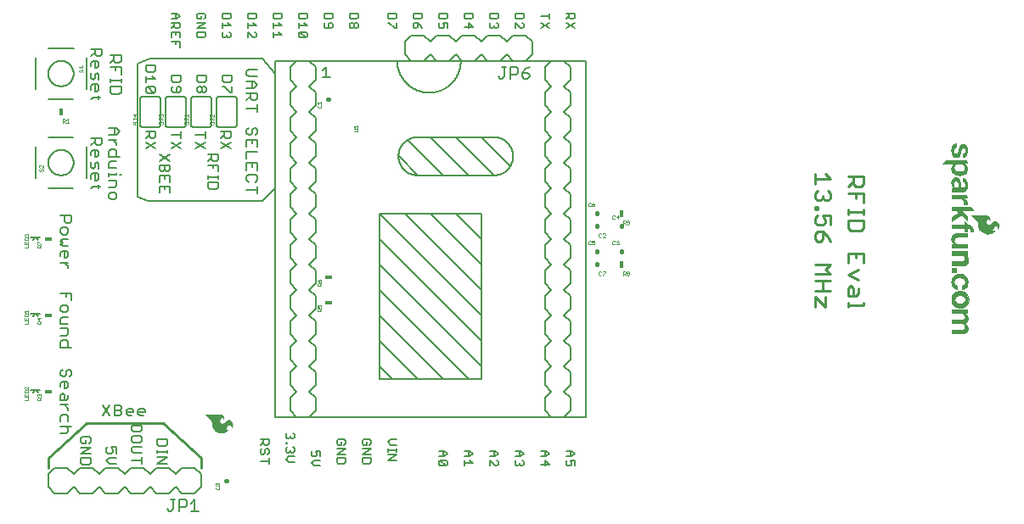
<source format=gbr>
G04 EAGLE Gerber RS-274X export*
G75*
%MOMM*%
%FSLAX34Y34*%
%LPD*%
%INSilkscreen Top*%
%IPPOS*%
%AMOC8*
5,1,8,0,0,1.08239X$1,22.5*%
G01*
%ADD10C,0.254000*%
%ADD11C,0.203200*%
%ADD12C,0.177800*%
%ADD13C,0.279400*%
%ADD14C,0.152400*%
%ADD15C,0.050800*%
%ADD16R,0.711200X0.406400*%
%ADD17C,0.025400*%
%ADD18R,0.406400X0.711200*%
%ADD19C,0.406400*%
%ADD20R,0.485100X0.495300*%
%ADD21C,0.127000*%

G36*
X964213Y271121D02*
X964213Y271121D01*
X964222Y271125D01*
X964234Y271123D01*
X965273Y271330D01*
X965281Y271335D01*
X965292Y271335D01*
X966289Y271693D01*
X966296Y271699D01*
X966307Y271700D01*
X967241Y272202D01*
X967248Y272211D01*
X967260Y272214D01*
X968397Y273121D01*
X968403Y273132D01*
X968416Y273139D01*
X969337Y274265D01*
X969349Y274308D01*
X969365Y274349D01*
X969363Y274354D01*
X969364Y274360D01*
X969343Y274398D01*
X969324Y274438D01*
X969318Y274441D01*
X969316Y274445D01*
X969287Y274453D01*
X969239Y274471D01*
X968359Y274471D01*
X968239Y274487D01*
X968136Y274531D01*
X967797Y274805D01*
X967548Y275166D01*
X967483Y275340D01*
X967425Y275879D01*
X967523Y276408D01*
X967772Y276896D01*
X968423Y277798D01*
X968777Y278210D01*
X969187Y278561D01*
X969645Y278844D01*
X970139Y279050D01*
X970439Y279109D01*
X970742Y279097D01*
X971261Y278940D01*
X971721Y278654D01*
X972091Y278259D01*
X972346Y277778D01*
X972485Y277288D01*
X972542Y276777D01*
X972542Y276174D01*
X972542Y276173D01*
X972551Y276152D01*
X972580Y276083D01*
X972672Y276048D01*
X972682Y276052D01*
X972757Y276086D01*
X972760Y276088D01*
X972761Y276089D01*
X972762Y276090D01*
X972782Y276111D01*
X972785Y276118D01*
X972793Y276122D01*
X973131Y276557D01*
X973135Y276572D01*
X973147Y276584D01*
X973368Y277088D01*
X973368Y277089D01*
X973520Y277445D01*
X973621Y277673D01*
X973622Y277684D01*
X973628Y277693D01*
X973848Y278571D01*
X973847Y278580D01*
X973851Y278590D01*
X973937Y279490D01*
X973933Y279500D01*
X973937Y279512D01*
X973871Y280380D01*
X973865Y280391D01*
X973866Y280404D01*
X973635Y281244D01*
X973627Y281254D01*
X973626Y281267D01*
X973238Y282047D01*
X973230Y282054D01*
X973227Y282065D01*
X972667Y282842D01*
X972660Y282846D01*
X972656Y282855D01*
X971998Y283551D01*
X971987Y283556D01*
X971979Y283567D01*
X971376Y283998D01*
X971361Y284001D01*
X971348Y284013D01*
X970656Y284280D01*
X970640Y284280D01*
X970625Y284288D01*
X969888Y284375D01*
X969873Y284370D01*
X969856Y284374D01*
X969121Y284275D01*
X969108Y284267D01*
X969091Y284267D01*
X968403Y283987D01*
X968394Y283978D01*
X968380Y283975D01*
X966622Y282788D01*
X966617Y282780D01*
X966606Y282776D01*
X965065Y281323D01*
X964630Y280953D01*
X964127Y280713D01*
X963579Y280611D01*
X963023Y280654D01*
X962498Y280840D01*
X962038Y281155D01*
X961673Y281580D01*
X961380Y282123D01*
X961182Y282709D01*
X961085Y283319D01*
X961120Y284030D01*
X961327Y284708D01*
X961692Y285314D01*
X962020Y285627D01*
X962424Y285833D01*
X962840Y285926D01*
X963268Y285926D01*
X963683Y285833D01*
X963821Y285761D01*
X963935Y285643D01*
X964534Y284819D01*
X964605Y284686D01*
X964633Y284548D01*
X964617Y284390D01*
X964631Y284347D01*
X964642Y284302D01*
X964646Y284300D01*
X964647Y284296D01*
X964688Y284276D01*
X964727Y284253D01*
X964731Y284254D01*
X964735Y284252D01*
X964778Y284267D01*
X964822Y284280D01*
X964824Y284283D01*
X964828Y284285D01*
X964847Y284322D01*
X964868Y284358D01*
X964944Y284841D01*
X964943Y284846D01*
X964945Y284851D01*
X965018Y285791D01*
X965015Y285800D01*
X965018Y285811D01*
X964945Y286751D01*
X964940Y286761D01*
X964941Y286773D01*
X964757Y287472D01*
X964749Y287482D01*
X964748Y287496D01*
X964427Y288144D01*
X964418Y288152D01*
X964414Y288166D01*
X963969Y288736D01*
X963958Y288742D01*
X963952Y288754D01*
X963402Y289224D01*
X963390Y289228D01*
X963381Y289239D01*
X962649Y289640D01*
X962636Y289641D01*
X962625Y289650D01*
X961826Y289890D01*
X961813Y289889D01*
X961800Y289895D01*
X960969Y289965D01*
X960963Y289963D01*
X960958Y289965D01*
X945794Y289965D01*
X945789Y289963D01*
X945785Y289965D01*
X945745Y289944D01*
X945703Y289927D01*
X945702Y289922D01*
X945697Y289920D01*
X945684Y289877D01*
X945668Y289835D01*
X945670Y289830D01*
X945668Y289826D01*
X945704Y289756D01*
X945709Y289746D01*
X945710Y289745D01*
X951192Y284873D01*
X951974Y284019D01*
X952563Y283029D01*
X952690Y282678D01*
X952755Y282310D01*
X952755Y280035D01*
X952757Y280030D01*
X952755Y280024D01*
X952879Y278660D01*
X952885Y278650D01*
X952883Y278638D01*
X953251Y277319D01*
X953259Y277311D01*
X953260Y277298D01*
X953860Y276068D01*
X953867Y276061D01*
X953870Y276050D01*
X954687Y274893D01*
X954695Y274888D01*
X954698Y274879D01*
X955670Y273848D01*
X955678Y273844D01*
X955683Y273836D01*
X956790Y272951D01*
X956800Y272949D01*
X956807Y272940D01*
X958488Y271993D01*
X958499Y271992D01*
X958509Y271984D01*
X960333Y271356D01*
X960344Y271357D01*
X960355Y271350D01*
X962262Y271062D01*
X962273Y271065D01*
X962285Y271061D01*
X964213Y271121D01*
G37*
G36*
X200054Y72721D02*
X200054Y72721D01*
X200063Y72725D01*
X200075Y72723D01*
X201114Y72930D01*
X201122Y72935D01*
X201133Y72935D01*
X202130Y73293D01*
X202137Y73299D01*
X202148Y73300D01*
X203082Y73802D01*
X203089Y73811D01*
X203101Y73814D01*
X204238Y74721D01*
X204244Y74732D01*
X204257Y74739D01*
X205178Y75865D01*
X205190Y75908D01*
X205206Y75949D01*
X205204Y75954D01*
X205205Y75960D01*
X205184Y75998D01*
X205165Y76038D01*
X205159Y76041D01*
X205157Y76045D01*
X205128Y76053D01*
X205080Y76071D01*
X204200Y76071D01*
X204080Y76087D01*
X203977Y76131D01*
X203637Y76405D01*
X203389Y76766D01*
X203324Y76940D01*
X203266Y77479D01*
X203364Y78008D01*
X203613Y78496D01*
X204264Y79398D01*
X204618Y79810D01*
X205028Y80161D01*
X205486Y80444D01*
X205980Y80650D01*
X206280Y80709D01*
X206583Y80697D01*
X207102Y80540D01*
X207562Y80254D01*
X207932Y79859D01*
X208187Y79378D01*
X208326Y78888D01*
X208383Y78377D01*
X208383Y77774D01*
X208383Y77773D01*
X208392Y77752D01*
X208421Y77683D01*
X208513Y77648D01*
X208523Y77652D01*
X208598Y77686D01*
X208601Y77688D01*
X208602Y77689D01*
X208603Y77690D01*
X208623Y77711D01*
X208626Y77718D01*
X208634Y77722D01*
X208972Y78157D01*
X208976Y78172D01*
X208988Y78184D01*
X209209Y78688D01*
X209209Y78689D01*
X209361Y79045D01*
X209462Y79273D01*
X209463Y79284D01*
X209469Y79293D01*
X209689Y80171D01*
X209688Y80180D01*
X209692Y80190D01*
X209778Y81090D01*
X209774Y81100D01*
X209778Y81112D01*
X209712Y81980D01*
X209706Y81991D01*
X209707Y82004D01*
X209476Y82844D01*
X209468Y82854D01*
X209467Y82867D01*
X209079Y83647D01*
X209071Y83654D01*
X209068Y83665D01*
X208508Y84442D01*
X208501Y84446D01*
X208497Y84455D01*
X207839Y85151D01*
X207828Y85156D01*
X207820Y85167D01*
X207217Y85598D01*
X207202Y85601D01*
X207189Y85613D01*
X206497Y85880D01*
X206481Y85880D01*
X206466Y85888D01*
X205729Y85975D01*
X205714Y85970D01*
X205697Y85974D01*
X204962Y85875D01*
X204949Y85867D01*
X204932Y85867D01*
X204244Y85587D01*
X204235Y85578D01*
X204221Y85575D01*
X202463Y84388D01*
X202458Y84380D01*
X202447Y84376D01*
X200906Y82923D01*
X200471Y82553D01*
X199968Y82313D01*
X199420Y82211D01*
X198864Y82254D01*
X198339Y82440D01*
X197879Y82755D01*
X197514Y83180D01*
X197221Y83723D01*
X197023Y84309D01*
X196926Y84919D01*
X196961Y85630D01*
X197168Y86308D01*
X197533Y86914D01*
X197861Y87227D01*
X198265Y87433D01*
X198681Y87526D01*
X199109Y87526D01*
X199524Y87433D01*
X199662Y87361D01*
X199776Y87243D01*
X200375Y86419D01*
X200446Y86286D01*
X200474Y86148D01*
X200458Y85990D01*
X200472Y85947D01*
X200483Y85902D01*
X200487Y85900D01*
X200488Y85896D01*
X200529Y85876D01*
X200568Y85853D01*
X200572Y85854D01*
X200576Y85852D01*
X200619Y85867D01*
X200663Y85880D01*
X200665Y85883D01*
X200669Y85885D01*
X200688Y85922D01*
X200709Y85958D01*
X200785Y86441D01*
X200784Y86446D01*
X200786Y86451D01*
X200859Y87391D01*
X200856Y87400D01*
X200859Y87411D01*
X200786Y88351D01*
X200781Y88361D01*
X200782Y88373D01*
X200598Y89072D01*
X200590Y89082D01*
X200589Y89096D01*
X200268Y89744D01*
X200259Y89752D01*
X200255Y89766D01*
X199810Y90336D01*
X199799Y90342D01*
X199793Y90354D01*
X199243Y90824D01*
X199231Y90828D01*
X199222Y90839D01*
X198490Y91240D01*
X198477Y91241D01*
X198466Y91250D01*
X197667Y91490D01*
X197654Y91489D01*
X197641Y91495D01*
X196810Y91565D01*
X196804Y91563D01*
X196799Y91565D01*
X181635Y91565D01*
X181630Y91563D01*
X181626Y91565D01*
X181586Y91544D01*
X181544Y91527D01*
X181543Y91522D01*
X181538Y91520D01*
X181525Y91477D01*
X181509Y91435D01*
X181511Y91430D01*
X181509Y91426D01*
X181545Y91356D01*
X181550Y91346D01*
X181551Y91345D01*
X187033Y86473D01*
X187815Y85619D01*
X188404Y84629D01*
X188531Y84278D01*
X188596Y83910D01*
X188596Y81635D01*
X188598Y81630D01*
X188596Y81624D01*
X188720Y80260D01*
X188726Y80250D01*
X188724Y80238D01*
X189092Y78919D01*
X189100Y78911D01*
X189101Y78898D01*
X189701Y77668D01*
X189708Y77661D01*
X189711Y77650D01*
X190528Y76493D01*
X190536Y76488D01*
X190539Y76479D01*
X191511Y75448D01*
X191519Y75444D01*
X191524Y75436D01*
X192631Y74551D01*
X192641Y74549D01*
X192648Y74540D01*
X194329Y73593D01*
X194340Y73592D01*
X194350Y73584D01*
X196174Y72956D01*
X196185Y72957D01*
X196196Y72950D01*
X198103Y72662D01*
X198114Y72665D01*
X198126Y72661D01*
X200054Y72721D01*
G37*
G36*
X934450Y329477D02*
X934450Y329477D01*
X934462Y329474D01*
X936662Y329757D01*
X936672Y329762D01*
X936684Y329762D01*
X938797Y330436D01*
X938807Y330444D01*
X938820Y330446D01*
X939861Y331025D01*
X939869Y331036D01*
X939883Y331041D01*
X940773Y331833D01*
X940778Y331843D01*
X940788Y331849D01*
X941441Y332673D01*
X941443Y332681D01*
X941450Y332687D01*
X941991Y333589D01*
X941993Y333599D01*
X942001Y333608D01*
X942401Y334633D01*
X942401Y334645D01*
X942408Y334657D01*
X942591Y335742D01*
X942589Y335753D01*
X942593Y335765D01*
X942568Y337746D01*
X942563Y337757D01*
X942566Y337770D01*
X942464Y338252D01*
X942457Y338261D01*
X942457Y338273D01*
X941924Y339594D01*
X941917Y339601D01*
X941916Y339611D01*
X941683Y340005D01*
X941674Y340012D01*
X941669Y340024D01*
X941368Y340367D01*
X941362Y340370D01*
X941359Y340377D01*
X940622Y341055D01*
X940394Y341266D01*
X940393Y341266D01*
X940392Y341267D01*
X940243Y341401D01*
X942160Y341377D01*
X942175Y341383D01*
X942189Y341380D01*
X942218Y341400D01*
X942252Y341414D01*
X942257Y341428D01*
X942270Y341437D01*
X942277Y341478D01*
X942288Y341505D01*
X942284Y341515D01*
X942286Y341527D01*
X941550Y345413D01*
X941528Y345446D01*
X941511Y345482D01*
X941501Y345486D01*
X941495Y345494D01*
X941466Y345500D01*
X941426Y345515D01*
X920852Y345515D01*
X920846Y345513D01*
X920839Y345515D01*
X920782Y345486D01*
X920761Y345477D01*
X920760Y345475D01*
X920758Y345474D01*
X917024Y341334D01*
X917009Y341289D01*
X916992Y341245D01*
X916993Y341243D01*
X916992Y341241D01*
X917013Y341198D01*
X917033Y341156D01*
X917035Y341155D01*
X917036Y341153D01*
X917058Y341146D01*
X917118Y341123D01*
X928222Y341123D01*
X928220Y341122D01*
X927504Y340602D01*
X927497Y340591D01*
X927484Y340584D01*
X926894Y339924D01*
X926891Y339914D01*
X926889Y339913D01*
X926888Y339910D01*
X926879Y339902D01*
X926442Y339133D01*
X926440Y339120D01*
X926431Y339108D01*
X926167Y338264D01*
X926168Y338253D01*
X926162Y338242D01*
X926007Y337025D01*
X926009Y337016D01*
X926006Y337007D01*
X926023Y335780D01*
X926026Y335772D01*
X926024Y335762D01*
X926213Y334550D01*
X926218Y334541D01*
X926218Y334530D01*
X926512Y333611D01*
X926519Y333603D01*
X926521Y333591D01*
X926967Y332735D01*
X926975Y332729D01*
X926978Y332717D01*
X927563Y331949D01*
X927572Y331944D01*
X927577Y331933D01*
X928284Y331276D01*
X928286Y331275D01*
X928287Y331273D01*
X928295Y331270D01*
X928301Y331262D01*
X929486Y330490D01*
X929496Y330488D01*
X929505Y330480D01*
X930805Y329924D01*
X930816Y329924D01*
X930826Y329917D01*
X932202Y329594D01*
X932213Y329596D01*
X932224Y329591D01*
X934439Y329473D01*
X934450Y329477D01*
G37*
G36*
X938056Y171455D02*
X938056Y171455D01*
X938066Y171452D01*
X939162Y171621D01*
X939173Y171627D01*
X939187Y171627D01*
X940226Y172013D01*
X940235Y172022D01*
X940249Y172025D01*
X941188Y172613D01*
X941195Y172623D01*
X941201Y172625D01*
X941201Y172626D01*
X941209Y172629D01*
X941873Y173275D01*
X941878Y173287D01*
X941891Y173296D01*
X942398Y174070D01*
X942400Y174084D01*
X942411Y174095D01*
X942737Y174961D01*
X942737Y174972D01*
X942743Y174982D01*
X942992Y176242D01*
X942990Y176249D01*
X942994Y176256D01*
X943101Y177535D01*
X943098Y177545D01*
X943101Y177555D01*
X943040Y178449D01*
X943034Y178459D01*
X943036Y178473D01*
X942804Y179338D01*
X942797Y179348D01*
X942796Y179361D01*
X942402Y180166D01*
X942395Y180173D01*
X942392Y180185D01*
X941754Y181074D01*
X941746Y181078D01*
X941742Y181088D01*
X940983Y181876D01*
X940980Y181877D01*
X940979Y181880D01*
X940498Y182335D01*
X940456Y182377D01*
X941114Y182757D01*
X941121Y182767D01*
X941134Y182771D01*
X941803Y183353D01*
X941804Y183356D01*
X941806Y183357D01*
X941809Y183365D01*
X941820Y183371D01*
X942366Y184069D01*
X942369Y184081D01*
X942379Y184090D01*
X942782Y184880D01*
X942783Y184892D01*
X942792Y184903D01*
X943052Y185826D01*
X943051Y185838D01*
X943057Y185851D01*
X943126Y186808D01*
X943123Y186818D01*
X943126Y186829D01*
X942999Y188201D01*
X942995Y188208D01*
X942996Y188218D01*
X942742Y189310D01*
X942735Y189320D01*
X942734Y189333D01*
X942330Y190223D01*
X942318Y190233D01*
X942313Y190249D01*
X941701Y191011D01*
X941694Y191015D01*
X941691Y191023D01*
X940904Y191785D01*
X940897Y191787D01*
X940893Y191794D01*
X940497Y192096D01*
X940490Y192127D01*
X942543Y192127D01*
X942545Y192128D01*
X942547Y192127D01*
X942590Y192147D01*
X942634Y192165D01*
X942634Y192167D01*
X942636Y192168D01*
X942669Y192253D01*
X942669Y196240D01*
X942668Y196242D01*
X942669Y196244D01*
X942649Y196287D01*
X942631Y196331D01*
X942629Y196331D01*
X942628Y196333D01*
X942543Y196366D01*
X926490Y196366D01*
X926488Y196365D01*
X926486Y196366D01*
X926443Y196346D01*
X926399Y196328D01*
X926399Y196326D01*
X926397Y196325D01*
X926364Y196240D01*
X926364Y191922D01*
X926365Y191920D01*
X926364Y191918D01*
X926384Y191875D01*
X926402Y191831D01*
X926404Y191831D01*
X926405Y191829D01*
X926490Y191796D01*
X936295Y191796D01*
X936298Y191797D01*
X936301Y191796D01*
X936923Y191826D01*
X937514Y191695D01*
X938052Y191411D01*
X938996Y190592D01*
X939262Y190237D01*
X939440Y189833D01*
X939522Y189393D01*
X939572Y188545D01*
X939540Y188068D01*
X939404Y187618D01*
X939171Y187209D01*
X938853Y186862D01*
X938306Y186492D01*
X937687Y186261D01*
X937024Y186181D01*
X926465Y186181D01*
X926463Y186180D01*
X926461Y186181D01*
X926418Y186161D01*
X926374Y186143D01*
X926374Y186141D01*
X926372Y186140D01*
X926339Y186055D01*
X926339Y181737D01*
X926340Y181735D01*
X926339Y181733D01*
X926359Y181690D01*
X926377Y181646D01*
X926379Y181646D01*
X926380Y181644D01*
X926465Y181611D01*
X935986Y181611D01*
X937089Y181536D01*
X937728Y181387D01*
X938323Y181114D01*
X938851Y180729D01*
X939137Y180411D01*
X939347Y180039D01*
X939473Y179629D01*
X939565Y178726D01*
X939497Y177822D01*
X939369Y177374D01*
X939143Y176968D01*
X938830Y176625D01*
X938446Y176364D01*
X937624Y176052D01*
X936744Y175945D01*
X926465Y175945D01*
X926463Y175944D01*
X926461Y175945D01*
X926418Y175925D01*
X926374Y175907D01*
X926374Y175905D01*
X926372Y175904D01*
X926339Y175819D01*
X926339Y171577D01*
X926340Y171575D01*
X926339Y171573D01*
X926359Y171530D01*
X926377Y171486D01*
X926379Y171486D01*
X926380Y171484D01*
X926465Y171451D01*
X938047Y171451D01*
X938056Y171455D01*
G37*
G36*
X926512Y312810D02*
X926512Y312810D01*
X926534Y312810D01*
X926733Y312884D01*
X928028Y313233D01*
X929365Y313335D01*
X933703Y313310D01*
X933706Y313311D01*
X933708Y313310D01*
X933751Y313330D01*
X933784Y313343D01*
X933806Y313335D01*
X938632Y313335D01*
X938639Y313338D01*
X938648Y313336D01*
X939383Y313427D01*
X939396Y313434D01*
X939413Y313434D01*
X940104Y313701D01*
X940114Y313712D01*
X940131Y313716D01*
X940736Y314143D01*
X940744Y314156D01*
X940759Y314164D01*
X941242Y314726D01*
X941246Y314739D01*
X941257Y314749D01*
X941951Y316052D01*
X941952Y316064D01*
X941960Y316075D01*
X942385Y317489D01*
X942384Y317499D01*
X942389Y317508D01*
X942619Y319247D01*
X942617Y319255D01*
X942620Y319263D01*
X942628Y321017D01*
X942625Y321024D01*
X942628Y321033D01*
X942414Y322773D01*
X942410Y322781D01*
X942411Y322791D01*
X942077Y324020D01*
X942070Y324028D01*
X942070Y324039D01*
X941541Y325197D01*
X941532Y325205D01*
X941529Y325218D01*
X940955Y326035D01*
X940944Y326042D01*
X940938Y326055D01*
X940565Y326404D01*
X940295Y326656D01*
X940208Y326738D01*
X940196Y326742D01*
X940187Y326754D01*
X939334Y327273D01*
X939321Y327275D01*
X939310Y327285D01*
X938369Y327619D01*
X938356Y327618D01*
X938343Y327625D01*
X937452Y327747D01*
X937450Y327750D01*
X937450Y327751D01*
X937403Y327769D01*
X937358Y327786D01*
X937353Y327784D01*
X937275Y327751D01*
X937249Y327726D01*
X937231Y327686D01*
X937210Y327648D01*
X937212Y327642D01*
X937210Y327635D01*
X937227Y327595D01*
X937236Y327565D01*
X937236Y323418D01*
X937237Y323416D01*
X937236Y323414D01*
X937256Y323371D01*
X937274Y323327D01*
X937276Y323327D01*
X937277Y323325D01*
X937362Y323292D01*
X937405Y323292D01*
X937936Y323229D01*
X938431Y323045D01*
X938869Y322750D01*
X939225Y322360D01*
X939480Y321896D01*
X939645Y321335D01*
X939699Y320748D01*
X939649Y319393D01*
X939588Y319024D01*
X939460Y318678D01*
X939267Y318364D01*
X939033Y318111D01*
X938754Y317912D01*
X938440Y317773D01*
X937919Y317662D01*
X937388Y317662D01*
X936867Y317773D01*
X936770Y317815D01*
X936683Y317875D01*
X936422Y318159D01*
X936176Y318587D01*
X936011Y319056D01*
X935785Y320362D01*
X935557Y322568D01*
X935554Y322572D01*
X935555Y322577D01*
X935277Y324114D01*
X935273Y324122D01*
X935273Y324131D01*
X934789Y325616D01*
X934782Y325624D01*
X934781Y325636D01*
X934415Y326332D01*
X934405Y326340D01*
X934401Y326353D01*
X933903Y326963D01*
X933892Y326969D01*
X933885Y326981D01*
X933276Y327479D01*
X933263Y327483D01*
X933252Y327494D01*
X932390Y327923D01*
X932375Y327924D01*
X932361Y327933D01*
X931420Y328139D01*
X931407Y328137D01*
X931393Y328142D01*
X930332Y328145D01*
X930322Y328140D01*
X930309Y328143D01*
X929265Y327954D01*
X929256Y327948D01*
X929243Y327948D01*
X928250Y327575D01*
X928241Y327567D01*
X928229Y327565D01*
X927746Y327273D01*
X927739Y327264D01*
X927727Y327259D01*
X927307Y326882D01*
X927302Y326871D01*
X927291Y326864D01*
X926949Y326416D01*
X926945Y326403D01*
X926935Y326393D01*
X926329Y325124D01*
X926329Y325111D01*
X926320Y325098D01*
X926012Y323726D01*
X926014Y323714D01*
X926009Y323701D01*
X925971Y322066D01*
X925975Y322056D01*
X925972Y322045D01*
X926213Y320427D01*
X926219Y320418D01*
X926218Y320405D01*
X926571Y319370D01*
X926578Y319361D01*
X926580Y319349D01*
X927120Y318398D01*
X927129Y318391D01*
X927134Y318378D01*
X927837Y317551D01*
X927853Y317527D01*
X927854Y317518D01*
X927852Y317510D01*
X927846Y317504D01*
X927823Y317494D01*
X926794Y317267D01*
X926791Y317266D01*
X926788Y317266D01*
X926508Y317190D01*
X926494Y317179D01*
X926475Y317176D01*
X926439Y317154D01*
X926422Y317130D01*
X926393Y317103D01*
X926374Y317066D01*
X926372Y317036D01*
X926361Y316998D01*
X926364Y316962D01*
X926364Y312928D01*
X926373Y312905D01*
X926373Y312880D01*
X926392Y312862D01*
X926402Y312837D01*
X926425Y312828D01*
X926443Y312811D01*
X926472Y312810D01*
X926494Y312802D01*
X926512Y312810D01*
G37*
G36*
X926471Y283375D02*
X926471Y283375D01*
X926510Y283384D01*
X936405Y289981D01*
X941971Y284290D01*
X941972Y284289D01*
X941973Y284287D01*
X942018Y284270D01*
X942062Y284252D01*
X942063Y284252D01*
X942065Y284252D01*
X942108Y284272D01*
X942152Y284291D01*
X942153Y284292D01*
X942154Y284293D01*
X942187Y284378D01*
X942187Y289052D01*
X942186Y289055D01*
X942187Y289058D01*
X942150Y289141D01*
X936676Y294616D01*
X948106Y294616D01*
X948138Y294629D01*
X948172Y294634D01*
X948182Y294648D01*
X948197Y294654D01*
X948209Y294686D01*
X948229Y294715D01*
X948227Y294732D01*
X948232Y294746D01*
X948221Y294771D01*
X948216Y294805D01*
X945854Y298945D01*
X945837Y298957D01*
X945829Y298975D01*
X945797Y298988D01*
X945775Y299004D01*
X945760Y299002D01*
X945744Y299008D01*
X926414Y299008D01*
X926411Y299007D01*
X926408Y299008D01*
X926325Y298971D01*
X926274Y298920D01*
X926273Y298917D01*
X926270Y298916D01*
X926237Y298831D01*
X926237Y294691D01*
X926238Y294689D01*
X926237Y294687D01*
X926257Y294644D01*
X926275Y294600D01*
X926277Y294600D01*
X926278Y294598D01*
X926363Y294565D01*
X931771Y294565D01*
X933378Y292910D01*
X926400Y288677D01*
X926389Y288662D01*
X926372Y288654D01*
X926359Y288620D01*
X926342Y288597D01*
X926344Y288584D01*
X926339Y288570D01*
X926314Y283490D01*
X926329Y283454D01*
X926337Y283416D01*
X926347Y283410D01*
X926352Y283399D01*
X926388Y283385D01*
X926421Y283364D01*
X926433Y283367D01*
X926443Y283363D01*
X926471Y283375D01*
G37*
G36*
X942088Y257152D02*
X942088Y257152D01*
X942090Y257151D01*
X942133Y257171D01*
X942177Y257189D01*
X942177Y257191D01*
X942179Y257192D01*
X942212Y257277D01*
X942212Y261493D01*
X942211Y261495D01*
X942212Y261497D01*
X942192Y261540D01*
X942174Y261584D01*
X942172Y261584D01*
X942171Y261586D01*
X942086Y261619D01*
X933784Y261619D01*
X932554Y261695D01*
X931350Y261920D01*
X930800Y262129D01*
X930315Y262456D01*
X929918Y262887D01*
X929630Y263397D01*
X929418Y264088D01*
X929351Y264809D01*
X929431Y265528D01*
X929654Y266217D01*
X929879Y266612D01*
X930180Y266953D01*
X930542Y267225D01*
X931310Y267568D01*
X932140Y267717D01*
X942137Y267717D01*
X942139Y267718D01*
X942141Y267717D01*
X942184Y267737D01*
X942228Y267755D01*
X942228Y267757D01*
X942230Y267758D01*
X942263Y267843D01*
X942263Y271983D01*
X942262Y271985D01*
X942263Y271987D01*
X942243Y272030D01*
X942225Y272074D01*
X942223Y272074D01*
X942222Y272076D01*
X942137Y272109D01*
X931342Y272109D01*
X931337Y272107D01*
X931330Y272109D01*
X930231Y272008D01*
X930221Y272002D01*
X930208Y272004D01*
X929145Y271704D01*
X929136Y271697D01*
X929123Y271696D01*
X928133Y271208D01*
X928125Y271199D01*
X928113Y271196D01*
X927228Y270535D01*
X927221Y270525D01*
X927209Y270518D01*
X926981Y270264D01*
X926977Y270252D01*
X926966Y270244D01*
X926440Y269342D01*
X926439Y269330D01*
X926430Y269320D01*
X926087Y268334D01*
X926088Y268322D01*
X926081Y268310D01*
X925934Y267277D01*
X925937Y267267D01*
X925933Y267256D01*
X925946Y266616D01*
X925946Y266615D01*
X925948Y266489D01*
X925951Y266363D01*
X925954Y266237D01*
X925953Y266237D01*
X925954Y266237D01*
X925956Y266111D01*
X925956Y266110D01*
X925959Y265984D01*
X925961Y265858D01*
X925963Y265762D01*
X925966Y265755D01*
X925965Y265746D01*
X926188Y264268D01*
X926193Y264260D01*
X926192Y264250D01*
X926273Y263988D01*
X926279Y263980D01*
X926281Y263968D01*
X926403Y263723D01*
X926410Y263716D01*
X926413Y263706D01*
X927072Y262776D01*
X927080Y262771D01*
X927083Y262762D01*
X927868Y261935D01*
X927876Y261932D01*
X927881Y261923D01*
X928522Y261416D01*
X926465Y261416D01*
X926463Y261415D01*
X926461Y261416D01*
X926418Y261396D01*
X926374Y261378D01*
X926374Y261376D01*
X926372Y261375D01*
X926339Y261290D01*
X926339Y257277D01*
X926340Y257275D01*
X926339Y257273D01*
X926359Y257230D01*
X926377Y257186D01*
X926379Y257186D01*
X926380Y257184D01*
X926465Y257151D01*
X942086Y257151D01*
X942088Y257152D01*
G37*
G36*
X937036Y240008D02*
X937036Y240008D01*
X937041Y240006D01*
X938170Y240097D01*
X938178Y240100D01*
X938187Y240099D01*
X939294Y240339D01*
X939302Y240344D01*
X939312Y240344D01*
X940017Y240613D01*
X940025Y240621D01*
X940037Y240623D01*
X940686Y241007D01*
X940692Y241016D01*
X940704Y241020D01*
X941279Y241509D01*
X941284Y241520D01*
X941296Y241527D01*
X941914Y242312D01*
X941917Y242325D01*
X941929Y242336D01*
X942351Y243241D01*
X942352Y243255D01*
X942360Y243269D01*
X942566Y244246D01*
X942563Y244257D01*
X942568Y244269D01*
X942618Y246275D01*
X942614Y246285D01*
X942617Y246296D01*
X942462Y247348D01*
X942455Y247359D01*
X942455Y247374D01*
X942086Y248370D01*
X942077Y248380D01*
X942074Y248394D01*
X941507Y249292D01*
X941498Y249299D01*
X941494Y249310D01*
X941078Y249771D01*
X941070Y249774D01*
X941066Y249782D01*
X940593Y250184D01*
X940588Y250186D01*
X940586Y250190D01*
X940208Y250467D01*
X940072Y250581D01*
X940043Y250623D01*
X942111Y250623D01*
X942113Y250624D01*
X942115Y250623D01*
X942158Y250643D01*
X942202Y250661D01*
X942202Y250663D01*
X942204Y250664D01*
X942237Y250749D01*
X942237Y254787D01*
X942236Y254789D01*
X942237Y254791D01*
X942217Y254834D01*
X942199Y254878D01*
X942197Y254878D01*
X942196Y254880D01*
X942111Y254913D01*
X926389Y254913D01*
X926387Y254912D01*
X926385Y254913D01*
X926342Y254893D01*
X926298Y254875D01*
X926298Y254873D01*
X926296Y254872D01*
X926263Y254787D01*
X926263Y250571D01*
X926264Y250569D01*
X926263Y250567D01*
X926283Y250524D01*
X926301Y250480D01*
X926303Y250480D01*
X926304Y250478D01*
X926389Y250445D01*
X935755Y250445D01*
X936538Y250365D01*
X937288Y250148D01*
X937967Y249785D01*
X938536Y249268D01*
X938850Y248811D01*
X939054Y248295D01*
X939141Y247739D01*
X939191Y246634D01*
X939174Y246318D01*
X939097Y246018D01*
X938880Y245583D01*
X938571Y245209D01*
X938184Y244913D01*
X937542Y244603D01*
X936854Y244412D01*
X936136Y244347D01*
X926490Y244347D01*
X926488Y244346D01*
X926486Y244347D01*
X926443Y244327D01*
X926399Y244309D01*
X926399Y244307D01*
X926397Y244306D01*
X926364Y244221D01*
X926364Y240132D01*
X926365Y240130D01*
X926364Y240128D01*
X926384Y240085D01*
X926402Y240041D01*
X926404Y240041D01*
X926405Y240039D01*
X926490Y240006D01*
X937031Y240006D01*
X937036Y240008D01*
G37*
G36*
X934999Y197948D02*
X934999Y197948D01*
X935015Y197944D01*
X937200Y198224D01*
X937215Y198233D01*
X937235Y198234D01*
X939572Y199275D01*
X939584Y199288D01*
X939603Y199294D01*
X940873Y200386D01*
X940880Y200400D01*
X940895Y200410D01*
X942266Y202391D01*
X942269Y202407D01*
X942281Y202422D01*
X942840Y204048D01*
X942840Y204061D01*
X942846Y204073D01*
X943100Y206080D01*
X943098Y206089D01*
X943101Y206098D01*
X943085Y206135D01*
X943074Y206175D01*
X943065Y206179D01*
X943061Y206188D01*
X943012Y206208D01*
X942987Y206222D01*
X942982Y206220D01*
X942977Y206222D01*
X940005Y206272D01*
X940002Y206271D01*
X939999Y206272D01*
X939957Y206253D01*
X939914Y206235D01*
X939913Y206232D01*
X939910Y206231D01*
X939877Y206146D01*
X939877Y206050D01*
X939778Y204863D01*
X939265Y203910D01*
X939195Y203838D01*
X938950Y203586D01*
X938705Y203333D01*
X938583Y203207D01*
X938456Y203076D01*
X936844Y202332D01*
X934915Y202081D01*
X933490Y202081D01*
X931942Y202456D01*
X930732Y202999D01*
X929751Y204078D01*
X929159Y205829D01*
X929381Y207577D01*
X930389Y209225D01*
X931416Y209763D01*
X932565Y210138D01*
X933813Y210313D01*
X935672Y210262D01*
X937146Y209988D01*
X938035Y209592D01*
X939119Y208804D01*
X939754Y207656D01*
X939904Y206561D01*
X939926Y206524D01*
X939944Y206485D01*
X939951Y206482D01*
X939954Y206476D01*
X939984Y206469D01*
X940029Y206452D01*
X942950Y206452D01*
X942977Y206463D01*
X943006Y206465D01*
X943022Y206482D01*
X943041Y206490D01*
X943049Y206512D01*
X943067Y206532D01*
X943117Y206659D01*
X943117Y206681D01*
X943126Y206705D01*
X943126Y206756D01*
X943123Y206763D01*
X943125Y206771D01*
X942948Y208244D01*
X942938Y208262D01*
X942936Y208285D01*
X941259Y211663D01*
X941240Y211680D01*
X941224Y211706D01*
X938506Y213840D01*
X938482Y213847D01*
X938456Y213864D01*
X934900Y214677D01*
X934878Y214673D01*
X934852Y214679D01*
X930966Y214069D01*
X930946Y214056D01*
X930918Y214050D01*
X928429Y212450D01*
X928414Y212429D01*
X928413Y212428D01*
X928401Y212423D01*
X928399Y212417D01*
X928390Y212411D01*
X926612Y209566D01*
X926608Y209542D01*
X926594Y209516D01*
X926188Y206519D01*
X926192Y206505D01*
X926187Y206489D01*
X926441Y203974D01*
X926448Y203962D01*
X926448Y203946D01*
X927083Y202092D01*
X927094Y202079D01*
X927099Y202060D01*
X927886Y200943D01*
X927894Y200938D01*
X927898Y200929D01*
X929041Y199735D01*
X929055Y199729D01*
X929065Y199715D01*
X930360Y198902D01*
X930377Y198899D01*
X930393Y198887D01*
X932857Y198201D01*
X932867Y198203D01*
X932876Y198198D01*
X934984Y197944D01*
X934999Y197948D01*
G37*
G36*
X931316Y347349D02*
X931316Y347349D01*
X931327Y347346D01*
X932382Y347440D01*
X932395Y347447D01*
X932411Y347447D01*
X933414Y347784D01*
X933425Y347794D01*
X933440Y347796D01*
X933852Y348048D01*
X933859Y348058D01*
X933873Y348064D01*
X934223Y348396D01*
X934227Y348407D01*
X934238Y348413D01*
X934746Y349105D01*
X934748Y349113D01*
X934756Y349120D01*
X935161Y349876D01*
X935162Y349885D01*
X935168Y349892D01*
X935778Y351548D01*
X935778Y351556D01*
X935783Y351564D01*
X936164Y353287D01*
X936164Y353288D01*
X936165Y353289D01*
X936569Y355312D01*
X936841Y356064D01*
X937257Y356739D01*
X937550Y357022D01*
X937911Y357206D01*
X938280Y357271D01*
X938652Y357223D01*
X938994Y357068D01*
X939262Y356835D01*
X939457Y356534D01*
X939614Y356110D01*
X939699Y355661D01*
X939743Y354813D01*
X939699Y353965D01*
X939601Y353469D01*
X939412Y353002D01*
X939141Y352580D01*
X938877Y352304D01*
X938564Y352086D01*
X938212Y351936D01*
X937969Y351881D01*
X937709Y351865D01*
X937667Y351844D01*
X937624Y351824D01*
X937623Y351822D01*
X937621Y351821D01*
X937615Y351802D01*
X937591Y351739D01*
X937591Y347853D01*
X937594Y347844D01*
X937592Y347836D01*
X937613Y347800D01*
X937629Y347762D01*
X937638Y347759D01*
X937643Y347751D01*
X937694Y347737D01*
X937721Y347727D01*
X937725Y347729D01*
X937730Y347727D01*
X938441Y347803D01*
X938451Y347809D01*
X938462Y347807D01*
X938468Y347812D01*
X938475Y347812D01*
X938488Y347804D01*
X938514Y347811D01*
X938548Y347810D01*
X939106Y348013D01*
X939110Y348017D01*
X939115Y348017D01*
X939903Y348373D01*
X939909Y348380D01*
X939920Y348382D01*
X940362Y348668D01*
X940367Y348676D01*
X940377Y348680D01*
X940773Y349028D01*
X940777Y349038D01*
X940788Y349045D01*
X941545Y350004D01*
X941549Y350017D01*
X941559Y350027D01*
X942097Y351124D01*
X942098Y351136D01*
X942106Y351147D01*
X942474Y352498D01*
X942473Y352508D01*
X942478Y352518D01*
X942618Y353911D01*
X942616Y353918D01*
X942618Y353924D01*
X942618Y355727D01*
X942616Y355733D01*
X942618Y355741D01*
X942463Y357170D01*
X942457Y357180D01*
X942458Y357193D01*
X942047Y358571D01*
X942040Y358580D01*
X942039Y358592D01*
X941385Y359873D01*
X941376Y359881D01*
X941373Y359893D01*
X941004Y360369D01*
X940993Y360375D01*
X940987Y360387D01*
X940532Y360781D01*
X940521Y360785D01*
X940512Y360796D01*
X939990Y361095D01*
X939977Y361096D01*
X939967Y361105D01*
X938883Y361463D01*
X938871Y361462D01*
X938858Y361468D01*
X937724Y361597D01*
X937712Y361594D01*
X937698Y361597D01*
X936562Y361492D01*
X936551Y361486D01*
X936537Y361487D01*
X936048Y361335D01*
X936038Y361327D01*
X936024Y361325D01*
X935577Y361076D01*
X935569Y361065D01*
X935555Y361061D01*
X935170Y360724D01*
X935165Y360714D01*
X935154Y360708D01*
X934617Y360031D01*
X934614Y360022D01*
X934606Y360015D01*
X934179Y359264D01*
X934178Y359255D01*
X934171Y359247D01*
X933865Y358439D01*
X933865Y358431D01*
X933860Y358423D01*
X932997Y354791D01*
X932691Y353618D01*
X932221Y352511D01*
X931990Y352175D01*
X931686Y351910D01*
X931324Y351729D01*
X930929Y351644D01*
X930525Y351661D01*
X930140Y351778D01*
X929795Y351987D01*
X929511Y352274D01*
X929199Y352787D01*
X929002Y353354D01*
X928928Y353957D01*
X928928Y355287D01*
X929001Y355849D01*
X929218Y356436D01*
X929555Y356963D01*
X929998Y357405D01*
X930412Y357661D01*
X930874Y357807D01*
X931371Y357836D01*
X931418Y357836D01*
X931420Y357837D01*
X931422Y357836D01*
X931465Y357856D01*
X931509Y357874D01*
X931509Y357876D01*
X931511Y357877D01*
X931544Y357962D01*
X931544Y361823D01*
X931542Y361829D01*
X931544Y361836D01*
X931537Y361848D01*
X931538Y361862D01*
X931537Y361864D01*
X931537Y361865D01*
X931517Y361887D01*
X931506Y361914D01*
X931499Y361916D01*
X931496Y361922D01*
X931482Y361927D01*
X931473Y361937D01*
X931472Y361937D01*
X931470Y361938D01*
X931443Y361939D01*
X931436Y361941D01*
X931414Y361949D01*
X931412Y361948D01*
X931409Y361949D01*
X931053Y361924D01*
X931047Y361921D01*
X931040Y361922D01*
X930456Y361820D01*
X930448Y361815D01*
X930437Y361816D01*
X929167Y361384D01*
X929160Y361377D01*
X929150Y361376D01*
X928554Y361067D01*
X928547Y361057D01*
X928534Y361053D01*
X928010Y360633D01*
X928005Y360622D01*
X927993Y360616D01*
X927562Y360101D01*
X927560Y360093D01*
X927553Y360088D01*
X926791Y358894D01*
X926789Y358886D01*
X926782Y358879D01*
X926385Y358022D01*
X926384Y358009D01*
X926376Y357997D01*
X926164Y357076D01*
X926166Y357067D01*
X926161Y357057D01*
X925983Y354491D01*
X925985Y354484D01*
X925983Y354478D01*
X925985Y354412D01*
X925990Y354286D01*
X925990Y354285D01*
X925994Y354159D01*
X925999Y354033D01*
X926003Y353907D01*
X926007Y353781D01*
X926007Y353780D01*
X926012Y353654D01*
X926016Y353528D01*
X926021Y353402D01*
X926025Y353276D01*
X926025Y353275D01*
X926030Y353151D01*
X926030Y353150D01*
X926030Y353149D01*
X926032Y353144D01*
X926031Y353138D01*
X926213Y351824D01*
X926217Y351816D01*
X926217Y351807D01*
X926499Y350807D01*
X926506Y350798D01*
X926507Y350786D01*
X926958Y349851D01*
X926966Y349844D01*
X926969Y349832D01*
X927575Y348988D01*
X927585Y348983D01*
X927590Y348972D01*
X928333Y348246D01*
X928343Y348242D01*
X928351Y348231D01*
X928915Y347852D01*
X928926Y347850D01*
X928936Y347841D01*
X929561Y347575D01*
X929573Y347575D01*
X929584Y347568D01*
X930248Y347425D01*
X930257Y347426D01*
X930266Y347422D01*
X931307Y347346D01*
X931316Y347349D01*
G37*
G36*
X932461Y215750D02*
X932461Y215750D01*
X932463Y215749D01*
X932506Y215769D01*
X932550Y215787D01*
X932550Y215789D01*
X932552Y215790D01*
X932585Y215875D01*
X932585Y219939D01*
X932569Y219978D01*
X932557Y220018D01*
X932550Y220023D01*
X932547Y220030D01*
X932518Y220041D01*
X932478Y220064D01*
X931802Y220168D01*
X931165Y220383D01*
X930575Y220704D01*
X930143Y221062D01*
X929798Y221505D01*
X929530Y222035D01*
X929357Y222604D01*
X929284Y223195D01*
X929325Y223995D01*
X929506Y224774D01*
X929836Y225482D01*
X930325Y226090D01*
X930944Y226565D01*
X931661Y226880D01*
X933185Y227226D01*
X934745Y227355D01*
X935886Y227262D01*
X936989Y226957D01*
X938014Y226452D01*
X938925Y225765D01*
X939215Y225418D01*
X939401Y225004D01*
X939582Y224183D01*
X939648Y223343D01*
X939565Y222511D01*
X939304Y221719D01*
X939006Y221226D01*
X938799Y221013D01*
X938605Y220813D01*
X938120Y220502D01*
X937578Y220309D01*
X936999Y220242D01*
X936981Y220242D01*
X936979Y220241D01*
X936977Y220242D01*
X936934Y220222D01*
X936890Y220204D01*
X936890Y220202D01*
X936888Y220201D01*
X936855Y220116D01*
X936855Y215925D01*
X936861Y215911D01*
X936858Y215897D01*
X936879Y215868D01*
X936893Y215834D01*
X936907Y215829D01*
X936916Y215817D01*
X936957Y215810D01*
X936985Y215799D01*
X936994Y215803D01*
X937005Y215801D01*
X938213Y216038D01*
X938221Y216043D01*
X938232Y216043D01*
X939387Y216468D01*
X939395Y216476D01*
X939408Y216478D01*
X940475Y217118D01*
X940482Y217129D01*
X940496Y217135D01*
X941399Y217990D01*
X941405Y218003D01*
X941417Y218011D01*
X942114Y219042D01*
X942117Y219055D01*
X942127Y219066D01*
X942584Y220223D01*
X942584Y220232D01*
X942590Y220241D01*
X942909Y221652D01*
X942908Y221658D01*
X942911Y221663D01*
X943100Y223098D01*
X943098Y223106D01*
X943101Y223116D01*
X943078Y224658D01*
X943073Y224669D01*
X943075Y224683D01*
X942742Y226189D01*
X942735Y226199D01*
X942735Y226213D01*
X942123Y227604D01*
X942115Y227612D01*
X942111Y227625D01*
X941246Y228874D01*
X941236Y228881D01*
X941230Y228893D01*
X940142Y229954D01*
X940131Y229958D01*
X940124Y229969D01*
X938853Y230803D01*
X938842Y230805D01*
X938832Y230814D01*
X937426Y231391D01*
X937414Y231391D01*
X937403Y231398D01*
X935913Y231696D01*
X935903Y231694D01*
X935892Y231698D01*
X933403Y231774D01*
X933394Y231771D01*
X933384Y231773D01*
X932168Y231628D01*
X932160Y231623D01*
X932149Y231624D01*
X930971Y231290D01*
X930963Y231284D01*
X930953Y231283D01*
X929842Y230769D01*
X929835Y230761D01*
X929824Y230759D01*
X928808Y230077D01*
X928802Y230068D01*
X928792Y230064D01*
X927969Y229294D01*
X927965Y229284D01*
X927955Y229278D01*
X927271Y228382D01*
X927268Y228372D01*
X927259Y228364D01*
X926733Y227367D01*
X926732Y227357D01*
X926725Y227348D01*
X926370Y226278D01*
X926371Y226269D01*
X926366Y226260D01*
X926084Y224697D01*
X926085Y224689D01*
X926082Y224682D01*
X925983Y223096D01*
X925986Y223087D01*
X925983Y223078D01*
X926079Y221895D01*
X926083Y221886D01*
X926082Y221875D01*
X926364Y220722D01*
X926370Y220714D01*
X926370Y220703D01*
X926832Y219610D01*
X926840Y219602D01*
X926843Y219590D01*
X927663Y218343D01*
X927674Y218335D01*
X927680Y218322D01*
X928738Y217269D01*
X928750Y217265D01*
X928758Y217253D01*
X930009Y216438D01*
X930022Y216436D01*
X930032Y216426D01*
X931423Y215884D01*
X931434Y215885D01*
X931444Y215878D01*
X931909Y215783D01*
X931918Y215785D01*
X931926Y215781D01*
X932401Y215749D01*
X932405Y215750D01*
X932409Y215749D01*
X932459Y215749D01*
X932461Y215750D01*
G37*
G36*
X947981Y273052D02*
X947981Y273052D01*
X947983Y273051D01*
X948026Y273071D01*
X948070Y273089D01*
X948070Y273091D01*
X948072Y273092D01*
X948105Y273177D01*
X948105Y273199D01*
X948181Y274516D01*
X948180Y274519D01*
X948181Y274523D01*
X948181Y276073D01*
X948178Y276080D01*
X948180Y276085D01*
X948178Y276088D01*
X948179Y276094D01*
X948005Y277107D01*
X947998Y277117D01*
X947998Y277131D01*
X947629Y278089D01*
X947621Y278098D01*
X947618Y278111D01*
X947068Y278979D01*
X947058Y278986D01*
X947053Y278998D01*
X946343Y279741D01*
X946333Y279746D01*
X946325Y279757D01*
X945848Y280097D01*
X945837Y280099D01*
X945828Y280109D01*
X945297Y280357D01*
X945286Y280357D01*
X945276Y280365D01*
X944709Y280513D01*
X944698Y280512D01*
X944687Y280517D01*
X942553Y280694D01*
X942548Y280692D01*
X942543Y280694D01*
X942212Y280694D01*
X942212Y281940D01*
X942211Y281943D01*
X942212Y281946D01*
X942175Y282029D01*
X939508Y284696D01*
X939508Y284697D01*
X939507Y284697D01*
X939462Y284715D01*
X939417Y284733D01*
X939416Y284733D01*
X939371Y284713D01*
X939327Y284693D01*
X939326Y284692D01*
X939293Y284608D01*
X939269Y280745D01*
X926389Y280745D01*
X926387Y280744D01*
X926385Y280745D01*
X926342Y280725D01*
X926298Y280707D01*
X926298Y280705D01*
X926296Y280704D01*
X926263Y280619D01*
X926263Y276454D01*
X926264Y276452D01*
X926263Y276450D01*
X926283Y276407D01*
X926301Y276363D01*
X926303Y276363D01*
X926304Y276361D01*
X926389Y276328D01*
X939293Y276328D01*
X939293Y273456D01*
X939294Y273454D01*
X939293Y273452D01*
X939313Y273409D01*
X939331Y273365D01*
X939333Y273365D01*
X939334Y273363D01*
X939419Y273330D01*
X942086Y273330D01*
X942088Y273331D01*
X942090Y273330D01*
X942133Y273350D01*
X942177Y273368D01*
X942177Y273370D01*
X942179Y273371D01*
X942212Y273456D01*
X942212Y276302D01*
X943474Y276302D01*
X943936Y276239D01*
X944359Y276064D01*
X944591Y275882D01*
X944761Y275642D01*
X944858Y275360D01*
X944941Y274460D01*
X944856Y273545D01*
X944830Y273265D01*
X944832Y273259D01*
X944830Y273253D01*
X944830Y273177D01*
X944831Y273175D01*
X944830Y273173D01*
X944850Y273130D01*
X944868Y273086D01*
X944870Y273086D01*
X944871Y273084D01*
X944956Y273051D01*
X947979Y273051D01*
X947981Y273052D01*
G37*
G36*
X942435Y300653D02*
X942435Y300653D01*
X942480Y300671D01*
X942480Y300673D01*
X942482Y300673D01*
X942488Y300690D01*
X942517Y300754D01*
X942593Y302126D01*
X942589Y302136D01*
X942592Y302148D01*
X942508Y302849D01*
X942502Y302859D01*
X942503Y302873D01*
X942280Y303543D01*
X942271Y303552D01*
X942269Y303566D01*
X941916Y304177D01*
X941913Y304179D01*
X941912Y304183D01*
X941327Y305072D01*
X941324Y305075D01*
X941322Y305080D01*
X941020Y305474D01*
X941008Y305481D01*
X941000Y305495D01*
X940617Y305811D01*
X940611Y305813D01*
X940606Y305819D01*
X939564Y306505D01*
X939296Y306684D01*
X939281Y306731D01*
X942061Y306731D01*
X942074Y306736D01*
X942087Y306733D01*
X942117Y306755D01*
X942152Y306769D01*
X942157Y306782D01*
X942168Y306790D01*
X942176Y306833D01*
X942187Y306861D01*
X942183Y306869D01*
X942185Y306879D01*
X941499Y310740D01*
X941477Y310774D01*
X941460Y310811D01*
X941451Y310815D01*
X941446Y310823D01*
X941416Y310828D01*
X941375Y310844D01*
X926490Y310870D01*
X926488Y310869D01*
X926486Y310870D01*
X926443Y310850D01*
X926399Y310832D01*
X926399Y310830D01*
X926397Y310829D01*
X926364Y310744D01*
X926364Y306578D01*
X926365Y306576D01*
X926364Y306574D01*
X926384Y306531D01*
X926402Y306487D01*
X926404Y306487D01*
X926405Y306485D01*
X926490Y306452D01*
X934309Y306452D01*
X935155Y306379D01*
X935974Y306179D01*
X936767Y305818D01*
X937459Y305293D01*
X938019Y304626D01*
X938283Y304147D01*
X938464Y303629D01*
X938556Y303087D01*
X938556Y301562D01*
X938431Y300965D01*
X938432Y300962D01*
X938430Y300960D01*
X938405Y300808D01*
X938408Y300798D01*
X938404Y300787D01*
X938404Y300761D01*
X938405Y300759D01*
X938404Y300757D01*
X938424Y300714D01*
X938442Y300670D01*
X938444Y300670D01*
X938445Y300668D01*
X938530Y300635D01*
X942391Y300635D01*
X942435Y300653D01*
G37*
%LPC*%
G36*
X931704Y334158D02*
X931704Y334158D01*
X930943Y334447D01*
X930285Y334919D01*
X929769Y335545D01*
X929431Y336284D01*
X929252Y337175D01*
X929258Y338086D01*
X929410Y338808D01*
X929700Y339485D01*
X930063Y339994D01*
X930532Y340406D01*
X931096Y340706D01*
X931100Y340711D01*
X931107Y340712D01*
X931183Y340763D01*
X931184Y340764D01*
X931185Y340764D01*
X931245Y340806D01*
X931304Y340818D01*
X931342Y340818D01*
X931343Y340818D01*
X931344Y340818D01*
X931388Y340837D01*
X931433Y340856D01*
X931433Y340857D01*
X931434Y340858D01*
X931451Y340903D01*
X931459Y340925D01*
X931464Y340925D01*
X931499Y340916D01*
X931536Y340921D01*
X931547Y340927D01*
X931560Y340926D01*
X932235Y341151D01*
X933004Y341275D01*
X935550Y341301D01*
X936365Y341191D01*
X937139Y340924D01*
X937846Y340511D01*
X938526Y339914D01*
X939082Y339201D01*
X939244Y338863D01*
X939318Y338491D01*
X939369Y337416D01*
X939323Y336849D01*
X939167Y336307D01*
X938907Y335807D01*
X938277Y335048D01*
X937491Y334451D01*
X936592Y334048D01*
X935622Y333857D01*
X933651Y333854D01*
X931704Y334158D01*
G37*
%LPD*%
%LPC*%
G36*
X933704Y317651D02*
X933704Y317651D01*
X932870Y317651D01*
X931781Y317721D01*
X930711Y317928D01*
X930546Y317975D01*
X930297Y318082D01*
X930078Y318232D01*
X929359Y318976D01*
X929174Y319267D01*
X929052Y319589D01*
X928903Y320631D01*
X928953Y322159D01*
X929050Y322620D01*
X929253Y323041D01*
X929550Y323403D01*
X929800Y323594D01*
X930085Y323729D01*
X930393Y323800D01*
X930978Y323811D01*
X931553Y323704D01*
X932095Y323484D01*
X932393Y323280D01*
X932637Y323012D01*
X932921Y322538D01*
X933118Y322020D01*
X933223Y321470D01*
X933375Y320027D01*
X933377Y320023D01*
X933377Y320019D01*
X933546Y319027D01*
X933550Y319021D01*
X933549Y319012D01*
X933837Y318048D01*
X933844Y318039D01*
X933846Y318026D01*
X933953Y317819D01*
X933965Y317809D01*
X933971Y317793D01*
X934098Y317651D01*
X933806Y317651D01*
X933804Y317650D01*
X933802Y317651D01*
X933759Y317631D01*
X933757Y317631D01*
X933704Y317651D01*
G37*
%LPD*%
D10*
X25400Y38100D02*
X25400Y48260D01*
X177800Y48260D02*
X177800Y38100D01*
X63500Y82550D02*
X25400Y48260D01*
X63500Y82550D02*
X139700Y82550D01*
X177800Y48260D01*
D11*
X114300Y308610D02*
X114300Y441960D01*
X114300Y308610D02*
X124460Y304800D01*
X238760Y304800D01*
X251460Y317500D01*
X127000Y447040D02*
X114300Y441960D01*
X127000Y447040D02*
X238760Y447040D01*
X251460Y431800D01*
D12*
X143899Y66421D02*
X134239Y66421D01*
X134239Y61591D01*
X135849Y59981D01*
X142289Y59981D01*
X143899Y61591D01*
X143899Y66421D01*
X134239Y55896D02*
X134239Y52676D01*
X134239Y54286D02*
X143899Y54286D01*
X143899Y55896D02*
X143899Y52676D01*
X143899Y48880D02*
X134239Y48880D01*
X134239Y42440D02*
X143899Y48880D01*
X143899Y42440D02*
X134239Y42440D01*
X118499Y80391D02*
X108839Y80391D01*
X108839Y75561D01*
X110449Y73951D01*
X116889Y73951D01*
X118499Y75561D01*
X118499Y80391D01*
X118499Y68256D02*
X118499Y65036D01*
X118499Y68256D02*
X116889Y69866D01*
X110449Y69866D01*
X108839Y68256D01*
X108839Y65036D01*
X110449Y63426D01*
X116889Y63426D01*
X118499Y65036D01*
X118499Y59342D02*
X110449Y59342D01*
X108839Y57732D01*
X108839Y54512D01*
X110449Y52902D01*
X118499Y52902D01*
X118499Y45597D02*
X108839Y45597D01*
X118499Y48817D02*
X118499Y42377D01*
X93099Y52361D02*
X93099Y58801D01*
X88269Y58801D01*
X89879Y55581D01*
X89879Y53971D01*
X88269Y52361D01*
X85049Y52361D01*
X83439Y53971D01*
X83439Y57191D01*
X85049Y58801D01*
X86659Y48276D02*
X93099Y48276D01*
X86659Y48276D02*
X83439Y45056D01*
X86659Y41836D01*
X93099Y41836D01*
X67699Y64131D02*
X66089Y62521D01*
X67699Y64131D02*
X67699Y67351D01*
X66089Y68961D01*
X59649Y68961D01*
X58039Y67351D01*
X58039Y64131D01*
X59649Y62521D01*
X62869Y62521D01*
X62869Y65741D01*
X58039Y58436D02*
X67699Y58436D01*
X58039Y51996D01*
X67699Y51996D01*
X67699Y47912D02*
X58039Y47912D01*
X58039Y43082D01*
X59649Y41472D01*
X66089Y41472D01*
X67699Y43082D01*
X67699Y47912D01*
D11*
X48523Y289814D02*
X37846Y289814D01*
X48523Y289814D02*
X48523Y284475D01*
X46744Y282696D01*
X43185Y282696D01*
X41405Y284475D01*
X41405Y289814D01*
X37846Y276341D02*
X37846Y272781D01*
X39626Y271002D01*
X43185Y271002D01*
X44964Y272781D01*
X44964Y276341D01*
X43185Y278120D01*
X39626Y278120D01*
X37846Y276341D01*
X39626Y266426D02*
X44964Y266426D01*
X39626Y266426D02*
X37846Y264647D01*
X39626Y262867D01*
X37846Y261088D01*
X39626Y259308D01*
X44964Y259308D01*
X37846Y252953D02*
X37846Y249394D01*
X37846Y252953D02*
X39626Y254732D01*
X43185Y254732D01*
X44964Y252953D01*
X44964Y249394D01*
X43185Y247614D01*
X41405Y247614D01*
X41405Y254732D01*
X37846Y243038D02*
X44964Y243038D01*
X41405Y243038D02*
X44964Y239479D01*
X44964Y237700D01*
X48523Y212344D02*
X37846Y212344D01*
X48523Y212344D02*
X48523Y205226D01*
X43185Y208785D02*
X43185Y212344D01*
X37846Y198871D02*
X37846Y195311D01*
X39626Y193532D01*
X43185Y193532D01*
X44964Y195311D01*
X44964Y198871D01*
X43185Y200650D01*
X39626Y200650D01*
X37846Y198871D01*
X39626Y188956D02*
X44964Y188956D01*
X39626Y188956D02*
X37846Y187177D01*
X37846Y181838D01*
X44964Y181838D01*
X44964Y177262D02*
X37846Y177262D01*
X44964Y177262D02*
X44964Y171924D01*
X43185Y170144D01*
X37846Y170144D01*
X37846Y158450D02*
X48523Y158450D01*
X37846Y158450D02*
X37846Y163789D01*
X39626Y165568D01*
X43185Y165568D01*
X44964Y163789D01*
X44964Y158450D01*
X48523Y130805D02*
X46744Y129026D01*
X48523Y130805D02*
X48523Y134365D01*
X46744Y136144D01*
X44964Y136144D01*
X43185Y134365D01*
X43185Y130805D01*
X41405Y129026D01*
X39626Y129026D01*
X37846Y130805D01*
X37846Y134365D01*
X39626Y136144D01*
X37846Y122671D02*
X37846Y119111D01*
X37846Y122671D02*
X39626Y124450D01*
X43185Y124450D01*
X44964Y122671D01*
X44964Y119111D01*
X43185Y117332D01*
X41405Y117332D01*
X41405Y124450D01*
X44964Y110977D02*
X44964Y107418D01*
X43185Y105638D01*
X37846Y105638D01*
X37846Y110977D01*
X39626Y112756D01*
X41405Y110977D01*
X41405Y105638D01*
X37846Y101062D02*
X44964Y101062D01*
X41405Y101062D02*
X44964Y97503D01*
X44964Y95724D01*
X44964Y89538D02*
X44964Y84199D01*
X44964Y89538D02*
X43185Y91317D01*
X39626Y91317D01*
X37846Y89538D01*
X37846Y84199D01*
X37846Y79623D02*
X48523Y79623D01*
X44964Y77844D02*
X43185Y79623D01*
X44964Y77844D02*
X44964Y74285D01*
X43185Y72505D01*
X37846Y72505D01*
X68326Y367284D02*
X79003Y367284D01*
X79003Y361945D01*
X77224Y360166D01*
X73665Y360166D01*
X71885Y361945D01*
X71885Y367284D01*
X71885Y363725D02*
X68326Y360166D01*
X68326Y353811D02*
X68326Y350251D01*
X68326Y353811D02*
X70106Y355590D01*
X73665Y355590D01*
X75444Y353811D01*
X75444Y350251D01*
X73665Y348472D01*
X71885Y348472D01*
X71885Y355590D01*
X68326Y343896D02*
X68326Y338558D01*
X70106Y336778D01*
X71885Y338558D01*
X71885Y342117D01*
X73665Y343896D01*
X75444Y342117D01*
X75444Y336778D01*
X68326Y330423D02*
X68326Y326864D01*
X68326Y330423D02*
X70106Y332202D01*
X73665Y332202D01*
X75444Y330423D01*
X75444Y326864D01*
X73665Y325084D01*
X71885Y325084D01*
X71885Y332202D01*
X70106Y318729D02*
X77224Y318729D01*
X70106Y318729D02*
X68326Y316949D01*
X75444Y316949D02*
X75444Y320508D01*
D13*
X800066Y331343D02*
X805066Y326343D01*
X790067Y326343D01*
X790067Y321344D02*
X790067Y331343D01*
X802566Y314971D02*
X805066Y312472D01*
X805066Y307472D01*
X802566Y304972D01*
X800066Y304972D01*
X797566Y307472D01*
X797566Y309972D01*
X797566Y307472D02*
X795067Y304972D01*
X792567Y304972D01*
X790067Y307472D01*
X790067Y312472D01*
X792567Y314971D01*
X792567Y298600D02*
X790067Y298600D01*
X792567Y298600D02*
X792567Y296100D01*
X790067Y296100D01*
X790067Y298600D01*
X805066Y290414D02*
X805066Y280415D01*
X805066Y290414D02*
X797566Y290414D01*
X800066Y285415D01*
X800066Y282915D01*
X797566Y280415D01*
X792567Y280415D01*
X790067Y282915D01*
X790067Y287914D01*
X792567Y290414D01*
X802566Y269043D02*
X805066Y264043D01*
X802566Y269043D02*
X797566Y274043D01*
X792567Y274043D01*
X790067Y271543D01*
X790067Y266543D01*
X792567Y264043D01*
X795067Y264043D01*
X797566Y266543D01*
X797566Y274043D01*
X790067Y241299D02*
X805066Y241299D01*
X800066Y236300D01*
X805066Y231300D01*
X790067Y231300D01*
X790067Y224928D02*
X805066Y224928D01*
X797566Y224928D02*
X797566Y214929D01*
X790067Y214929D02*
X805066Y214929D01*
X800066Y208556D02*
X800066Y198557D01*
X790067Y208556D01*
X790067Y198557D01*
X823087Y328803D02*
X838086Y328803D01*
X838086Y321304D01*
X835586Y318804D01*
X830586Y318804D01*
X828087Y321304D01*
X828087Y328803D01*
X828087Y323803D02*
X823087Y318804D01*
X823087Y312431D02*
X838086Y312431D01*
X838086Y302432D01*
X830586Y307432D02*
X830586Y312431D01*
X823087Y296060D02*
X823087Y291060D01*
X823087Y293560D02*
X838086Y293560D01*
X838086Y296060D02*
X838086Y291060D01*
X838086Y285146D02*
X823087Y285146D01*
X823087Y277646D01*
X825587Y275146D01*
X835586Y275146D01*
X838086Y277646D01*
X838086Y285146D01*
X838086Y252402D02*
X838086Y242403D01*
X838086Y252402D02*
X823087Y252402D01*
X823087Y242403D01*
X830586Y247403D02*
X830586Y252402D01*
X833086Y236031D02*
X823087Y231031D01*
X833086Y226032D01*
X833086Y217159D02*
X833086Y212160D01*
X830586Y209660D01*
X823087Y209660D01*
X823087Y217159D01*
X825587Y219659D01*
X828087Y217159D01*
X828087Y209660D01*
X838086Y203288D02*
X838086Y200788D01*
X823087Y200788D01*
X823087Y203288D02*
X823087Y198288D01*
D11*
X79003Y456184D02*
X68326Y456184D01*
X79003Y456184D02*
X79003Y450845D01*
X77224Y449066D01*
X73665Y449066D01*
X71885Y450845D01*
X71885Y456184D01*
X71885Y452625D02*
X68326Y449066D01*
X68326Y442711D02*
X68326Y439151D01*
X68326Y442711D02*
X70106Y444490D01*
X73665Y444490D01*
X75444Y442711D01*
X75444Y439151D01*
X73665Y437372D01*
X71885Y437372D01*
X71885Y444490D01*
X68326Y432796D02*
X68326Y427458D01*
X70106Y425678D01*
X71885Y427458D01*
X71885Y431017D01*
X73665Y432796D01*
X75444Y431017D01*
X75444Y425678D01*
X68326Y419323D02*
X68326Y415764D01*
X68326Y419323D02*
X70106Y421102D01*
X73665Y421102D01*
X75444Y419323D01*
X75444Y415764D01*
X73665Y413984D01*
X71885Y413984D01*
X71885Y421102D01*
X70106Y407629D02*
X77224Y407629D01*
X70106Y407629D02*
X68326Y405849D01*
X75444Y405849D02*
X75444Y409408D01*
X86106Y377444D02*
X93224Y377444D01*
X96783Y373885D01*
X93224Y370326D01*
X86106Y370326D01*
X91445Y370326D02*
X91445Y377444D01*
X93224Y365750D02*
X86106Y365750D01*
X89665Y365750D02*
X93224Y362191D01*
X93224Y360411D01*
X96783Y348887D02*
X86106Y348887D01*
X86106Y354226D01*
X87886Y356005D01*
X91445Y356005D01*
X93224Y354226D01*
X93224Y348887D01*
X93224Y344311D02*
X87886Y344311D01*
X86106Y342532D01*
X86106Y337193D01*
X93224Y337193D01*
X93224Y332617D02*
X93224Y330838D01*
X86106Y330838D01*
X86106Y332617D02*
X86106Y329058D01*
X96783Y330838D02*
X98563Y330838D01*
X93224Y324821D02*
X86106Y324821D01*
X93224Y324821D02*
X93224Y319483D01*
X91445Y317703D01*
X86106Y317703D01*
X86106Y311348D02*
X86106Y307789D01*
X87886Y306009D01*
X91445Y306009D01*
X93224Y307789D01*
X93224Y311348D01*
X91445Y313127D01*
X87886Y313127D01*
X86106Y311348D01*
X87376Y449834D02*
X98053Y449834D01*
X98053Y444495D01*
X96274Y442716D01*
X92715Y442716D01*
X90935Y444495D01*
X90935Y449834D01*
X90935Y446275D02*
X87376Y442716D01*
X87376Y438140D02*
X98053Y438140D01*
X98053Y431022D01*
X92715Y434581D02*
X92715Y438140D01*
X87376Y426446D02*
X87376Y422887D01*
X87376Y424667D02*
X98053Y424667D01*
X98053Y426446D02*
X98053Y422887D01*
X98053Y418650D02*
X87376Y418650D01*
X87376Y413312D01*
X89156Y411532D01*
X96274Y411532D01*
X98053Y413312D01*
X98053Y418650D01*
X79756Y100593D02*
X86874Y89916D01*
X79756Y89916D02*
X86874Y100593D01*
X91450Y100593D02*
X91450Y89916D01*
X91450Y100593D02*
X96789Y100593D01*
X98568Y98814D01*
X98568Y97034D01*
X96789Y95255D01*
X98568Y93475D01*
X98568Y91696D01*
X96789Y89916D01*
X91450Y89916D01*
X91450Y95255D02*
X96789Y95255D01*
X104923Y89916D02*
X108483Y89916D01*
X104923Y89916D02*
X103144Y91696D01*
X103144Y95255D01*
X104923Y97034D01*
X108483Y97034D01*
X110262Y95255D01*
X110262Y93475D01*
X103144Y93475D01*
X116617Y89916D02*
X120176Y89916D01*
X116617Y89916D02*
X114838Y91696D01*
X114838Y95255D01*
X116617Y97034D01*
X120176Y97034D01*
X121956Y95255D01*
X121956Y93475D01*
X114838Y93475D01*
D14*
X541782Y491998D02*
X550425Y491998D01*
X550425Y487676D01*
X548985Y486236D01*
X546104Y486236D01*
X544663Y487676D01*
X544663Y491998D01*
X544663Y489117D02*
X541782Y486236D01*
X541782Y476881D02*
X550425Y482643D01*
X550425Y476881D02*
X541782Y482643D01*
X525025Y489117D02*
X516382Y489117D01*
X525025Y491998D02*
X525025Y486236D01*
X525025Y482643D02*
X516382Y476881D01*
X516382Y482643D02*
X525025Y476881D01*
X499625Y491998D02*
X490982Y491998D01*
X490982Y487676D01*
X492423Y486236D01*
X498185Y486236D01*
X499625Y487676D01*
X499625Y491998D01*
X490982Y482643D02*
X490982Y476881D01*
X490982Y482643D02*
X496744Y476881D01*
X498185Y476881D01*
X499625Y478321D01*
X499625Y481202D01*
X498185Y482643D01*
X474225Y491998D02*
X465582Y491998D01*
X465582Y487676D01*
X467023Y486236D01*
X472785Y486236D01*
X474225Y487676D01*
X474225Y491998D01*
X472785Y482643D02*
X474225Y481202D01*
X474225Y478321D01*
X472785Y476881D01*
X471344Y476881D01*
X469904Y478321D01*
X469904Y479762D01*
X469904Y478321D02*
X468463Y476881D01*
X467023Y476881D01*
X465582Y478321D01*
X465582Y481202D01*
X467023Y482643D01*
X448825Y491998D02*
X440182Y491998D01*
X440182Y487676D01*
X441623Y486236D01*
X447385Y486236D01*
X448825Y487676D01*
X448825Y491998D01*
X448825Y478321D02*
X440182Y478321D01*
X444504Y482643D02*
X448825Y478321D01*
X444504Y476881D02*
X444504Y482643D01*
X423425Y491998D02*
X414782Y491998D01*
X414782Y487676D01*
X416223Y486236D01*
X421985Y486236D01*
X423425Y487676D01*
X423425Y491998D01*
X423425Y482643D02*
X423425Y476881D01*
X423425Y482643D02*
X419104Y482643D01*
X420544Y479762D01*
X420544Y478321D01*
X419104Y476881D01*
X416223Y476881D01*
X414782Y478321D01*
X414782Y481202D01*
X416223Y482643D01*
X541782Y55118D02*
X547544Y55118D01*
X550425Y52237D01*
X547544Y49356D01*
X541782Y49356D01*
X546104Y49356D02*
X546104Y55118D01*
X550425Y45763D02*
X550425Y40001D01*
X550425Y45763D02*
X546104Y45763D01*
X547544Y42882D01*
X547544Y41441D01*
X546104Y40001D01*
X543223Y40001D01*
X541782Y41441D01*
X541782Y44322D01*
X543223Y45763D01*
X522144Y55118D02*
X516382Y55118D01*
X522144Y55118D02*
X525025Y52237D01*
X522144Y49356D01*
X516382Y49356D01*
X520704Y49356D02*
X520704Y55118D01*
X516382Y41441D02*
X525025Y41441D01*
X520704Y45763D01*
X520704Y40001D01*
X496744Y55118D02*
X490982Y55118D01*
X496744Y55118D02*
X499625Y52237D01*
X496744Y49356D01*
X490982Y49356D01*
X495304Y49356D02*
X495304Y55118D01*
X498185Y45763D02*
X499625Y44322D01*
X499625Y41441D01*
X498185Y40001D01*
X496744Y40001D01*
X495304Y41441D01*
X495304Y42882D01*
X495304Y41441D02*
X493863Y40001D01*
X492423Y40001D01*
X490982Y41441D01*
X490982Y44322D01*
X492423Y45763D01*
X471344Y55118D02*
X465582Y55118D01*
X471344Y55118D02*
X474225Y52237D01*
X471344Y49356D01*
X465582Y49356D01*
X469904Y49356D02*
X469904Y55118D01*
X465582Y45763D02*
X465582Y40001D01*
X465582Y45763D02*
X471344Y40001D01*
X472785Y40001D01*
X474225Y41441D01*
X474225Y44322D01*
X472785Y45763D01*
X445944Y55118D02*
X440182Y55118D01*
X445944Y55118D02*
X448825Y52237D01*
X445944Y49356D01*
X440182Y49356D01*
X444504Y49356D02*
X444504Y55118D01*
X445944Y45763D02*
X448825Y42882D01*
X440182Y42882D01*
X440182Y45763D02*
X440182Y40001D01*
X245625Y66548D02*
X236982Y66548D01*
X245625Y66548D02*
X245625Y62226D01*
X244185Y60786D01*
X241304Y60786D01*
X239863Y62226D01*
X239863Y66548D01*
X239863Y63667D02*
X236982Y60786D01*
X245625Y52871D02*
X244185Y51431D01*
X245625Y52871D02*
X245625Y55752D01*
X244185Y57193D01*
X242744Y57193D01*
X241304Y55752D01*
X241304Y52871D01*
X239863Y51431D01*
X238423Y51431D01*
X236982Y52871D01*
X236982Y55752D01*
X238423Y57193D01*
X236982Y44957D02*
X245625Y44957D01*
X245625Y47838D02*
X245625Y42075D01*
X414782Y55118D02*
X420544Y55118D01*
X423425Y52237D01*
X420544Y49356D01*
X414782Y49356D01*
X419104Y49356D02*
X419104Y55118D01*
X416223Y45763D02*
X421985Y45763D01*
X423425Y44322D01*
X423425Y41441D01*
X421985Y40001D01*
X416223Y40001D01*
X414782Y41441D01*
X414782Y44322D01*
X416223Y45763D01*
X421985Y40001D01*
X271025Y71457D02*
X269585Y72898D01*
X271025Y71457D02*
X271025Y68576D01*
X269585Y67136D01*
X268144Y67136D01*
X266704Y68576D01*
X266704Y70017D01*
X266704Y68576D02*
X265263Y67136D01*
X263823Y67136D01*
X262382Y68576D01*
X262382Y71457D01*
X263823Y72898D01*
X263823Y63543D02*
X262382Y63543D01*
X263823Y63543D02*
X263823Y62102D01*
X262382Y62102D01*
X262382Y63543D01*
X269585Y58865D02*
X271025Y57425D01*
X271025Y54544D01*
X269585Y53103D01*
X268144Y53103D01*
X266704Y54544D01*
X266704Y55984D01*
X266704Y54544D02*
X265263Y53103D01*
X263823Y53103D01*
X262382Y54544D01*
X262382Y57425D01*
X263823Y58865D01*
X265263Y49510D02*
X271025Y49510D01*
X265263Y49510D02*
X262382Y46629D01*
X265263Y43748D01*
X271025Y43748D01*
X296425Y49356D02*
X296425Y55118D01*
X292104Y55118D01*
X293544Y52237D01*
X293544Y50796D01*
X292104Y49356D01*
X289223Y49356D01*
X287782Y50796D01*
X287782Y53677D01*
X289223Y55118D01*
X290663Y45763D02*
X296425Y45763D01*
X290663Y45763D02*
X287782Y42882D01*
X290663Y40001D01*
X296425Y40001D01*
X320385Y60786D02*
X321825Y62226D01*
X321825Y65107D01*
X320385Y66548D01*
X314623Y66548D01*
X313182Y65107D01*
X313182Y62226D01*
X314623Y60786D01*
X317504Y60786D01*
X317504Y63667D01*
X321825Y57193D02*
X313182Y57193D01*
X313182Y51431D02*
X321825Y57193D01*
X321825Y51431D02*
X313182Y51431D01*
X313182Y47838D02*
X321825Y47838D01*
X313182Y47838D02*
X313182Y43516D01*
X314623Y42075D01*
X320385Y42075D01*
X321825Y43516D01*
X321825Y47838D01*
X345785Y60786D02*
X347225Y62226D01*
X347225Y65107D01*
X345785Y66548D01*
X340023Y66548D01*
X338582Y65107D01*
X338582Y62226D01*
X340023Y60786D01*
X342904Y60786D01*
X342904Y63667D01*
X347225Y57193D02*
X338582Y57193D01*
X338582Y51431D02*
X347225Y57193D01*
X347225Y51431D02*
X338582Y51431D01*
X338582Y47838D02*
X347225Y47838D01*
X338582Y47838D02*
X338582Y43516D01*
X340023Y42075D01*
X345785Y42075D01*
X347225Y43516D01*
X347225Y47838D01*
X334525Y491998D02*
X325882Y491998D01*
X325882Y487676D01*
X327323Y486236D01*
X333085Y486236D01*
X334525Y487676D01*
X334525Y491998D01*
X333085Y482643D02*
X334525Y481202D01*
X334525Y478321D01*
X333085Y476881D01*
X331644Y476881D01*
X330204Y478321D01*
X328763Y476881D01*
X327323Y476881D01*
X325882Y478321D01*
X325882Y481202D01*
X327323Y482643D01*
X328763Y482643D01*
X330204Y481202D01*
X331644Y482643D01*
X333085Y482643D01*
X330204Y481202D02*
X330204Y478321D01*
X309125Y491998D02*
X300482Y491998D01*
X300482Y487676D01*
X301923Y486236D01*
X307685Y486236D01*
X309125Y487676D01*
X309125Y491998D01*
X301923Y482643D02*
X300482Y481202D01*
X300482Y478321D01*
X301923Y476881D01*
X307685Y476881D01*
X309125Y478321D01*
X309125Y481202D01*
X307685Y482643D01*
X306244Y482643D01*
X304804Y481202D01*
X304804Y476881D01*
X283725Y491998D02*
X275082Y491998D01*
X275082Y487676D01*
X276523Y486236D01*
X282285Y486236D01*
X283725Y487676D01*
X283725Y491998D01*
X280844Y482643D02*
X283725Y479762D01*
X275082Y479762D01*
X275082Y482643D02*
X275082Y476881D01*
X276523Y473288D02*
X282285Y473288D01*
X283725Y471847D01*
X283725Y468966D01*
X282285Y467525D01*
X276523Y467525D01*
X275082Y468966D01*
X275082Y471847D01*
X276523Y473288D01*
X282285Y467525D01*
X258325Y491998D02*
X249682Y491998D01*
X249682Y487676D01*
X251123Y486236D01*
X256885Y486236D01*
X258325Y487676D01*
X258325Y491998D01*
X255444Y482643D02*
X258325Y479762D01*
X249682Y479762D01*
X249682Y482643D02*
X249682Y476881D01*
X255444Y473288D02*
X258325Y470407D01*
X249682Y470407D01*
X249682Y473288D02*
X249682Y467525D01*
X232925Y491998D02*
X224282Y491998D01*
X224282Y487676D01*
X225723Y486236D01*
X231485Y486236D01*
X232925Y487676D01*
X232925Y491998D01*
X230044Y482643D02*
X232925Y479762D01*
X224282Y479762D01*
X224282Y482643D02*
X224282Y476881D01*
X224282Y473288D02*
X224282Y467525D01*
X230044Y467525D02*
X224282Y473288D01*
X230044Y467525D02*
X231485Y467525D01*
X232925Y468966D01*
X232925Y471847D01*
X231485Y473288D01*
X207525Y491998D02*
X198882Y491998D01*
X198882Y487676D01*
X200323Y486236D01*
X206085Y486236D01*
X207525Y487676D01*
X207525Y491998D01*
X204644Y482643D02*
X207525Y479762D01*
X198882Y479762D01*
X198882Y482643D02*
X198882Y476881D01*
X206085Y473288D02*
X207525Y471847D01*
X207525Y468966D01*
X206085Y467525D01*
X204644Y467525D01*
X203204Y468966D01*
X203204Y470407D01*
X203204Y468966D02*
X201763Y467525D01*
X200323Y467525D01*
X198882Y468966D01*
X198882Y471847D01*
X200323Y473288D01*
X389382Y491998D02*
X398025Y491998D01*
X389382Y491998D02*
X389382Y487676D01*
X390823Y486236D01*
X396585Y486236D01*
X398025Y487676D01*
X398025Y491998D01*
X396585Y479762D02*
X398025Y476881D01*
X396585Y479762D02*
X393704Y482643D01*
X390823Y482643D01*
X389382Y481202D01*
X389382Y478321D01*
X390823Y476881D01*
X392263Y476881D01*
X393704Y478321D01*
X393704Y482643D01*
X372625Y491998D02*
X363982Y491998D01*
X363982Y487676D01*
X365423Y486236D01*
X371185Y486236D01*
X372625Y487676D01*
X372625Y491998D01*
X372625Y482643D02*
X372625Y476881D01*
X371185Y476881D01*
X365423Y482643D01*
X363982Y482643D01*
X182125Y487676D02*
X180685Y486236D01*
X182125Y487676D02*
X182125Y490557D01*
X180685Y491998D01*
X174923Y491998D01*
X173482Y490557D01*
X173482Y487676D01*
X174923Y486236D01*
X177804Y486236D01*
X177804Y489117D01*
X182125Y482643D02*
X173482Y482643D01*
X173482Y476881D02*
X182125Y482643D01*
X182125Y476881D02*
X173482Y476881D01*
X173482Y473288D02*
X182125Y473288D01*
X173482Y473288D02*
X173482Y468966D01*
X174923Y467525D01*
X180685Y467525D01*
X182125Y468966D01*
X182125Y473288D01*
X153844Y491998D02*
X148082Y491998D01*
X153844Y491998D02*
X156725Y489117D01*
X153844Y486236D01*
X148082Y486236D01*
X152404Y486236D02*
X152404Y491998D01*
X156725Y482643D02*
X148082Y482643D01*
X156725Y482643D02*
X156725Y478321D01*
X155285Y476881D01*
X152404Y476881D01*
X150963Y478321D01*
X150963Y482643D01*
X150963Y479762D02*
X148082Y476881D01*
X156725Y473288D02*
X156725Y467525D01*
X156725Y473288D02*
X148082Y473288D01*
X148082Y467525D01*
X152404Y470407D02*
X152404Y473288D01*
X156725Y463932D02*
X148082Y463932D01*
X156725Y463932D02*
X156725Y458170D01*
X152404Y461051D02*
X152404Y463932D01*
X366863Y66548D02*
X372625Y66548D01*
X366863Y66548D02*
X363982Y63667D01*
X366863Y60786D01*
X372625Y60786D01*
X363982Y57193D02*
X363982Y54312D01*
X363982Y55752D02*
X372625Y55752D01*
X372625Y54312D02*
X372625Y57193D01*
X372625Y50956D02*
X363982Y50956D01*
X363982Y45194D02*
X372625Y50956D01*
X372625Y45194D02*
X363982Y45194D01*
D12*
X207399Y373761D02*
X197739Y373761D01*
X207399Y373761D02*
X207399Y368931D01*
X205789Y367321D01*
X202569Y367321D01*
X200959Y368931D01*
X200959Y373761D01*
X200959Y370541D02*
X197739Y367321D01*
X207399Y363236D02*
X197739Y356796D01*
X197739Y363236D02*
X207399Y356796D01*
X194699Y350901D02*
X185039Y350901D01*
X194699Y350901D02*
X194699Y346071D01*
X193089Y344461D01*
X189869Y344461D01*
X188259Y346071D01*
X188259Y350901D01*
X188259Y347681D02*
X185039Y344461D01*
X185039Y340376D02*
X194699Y340376D01*
X194699Y333936D01*
X189869Y337156D02*
X189869Y340376D01*
X185039Y329852D02*
X185039Y326632D01*
X185039Y328242D02*
X194699Y328242D01*
X194699Y329852D02*
X194699Y326632D01*
X194699Y322835D02*
X185039Y322835D01*
X185039Y318005D01*
X186649Y316395D01*
X193089Y316395D01*
X194699Y318005D01*
X194699Y322835D01*
X181999Y370541D02*
X172339Y370541D01*
X181999Y373761D02*
X181999Y367321D01*
X181999Y363236D02*
X172339Y356796D01*
X172339Y363236D02*
X181999Y356796D01*
X146439Y350901D02*
X136779Y344461D01*
X136779Y350901D02*
X146439Y344461D01*
X146439Y340376D02*
X136779Y340376D01*
X146439Y340376D02*
X146439Y335546D01*
X144829Y333936D01*
X143219Y333936D01*
X141609Y335546D01*
X139999Y333936D01*
X138389Y333936D01*
X136779Y335546D01*
X136779Y340376D01*
X141609Y340376D02*
X141609Y335546D01*
X146439Y329852D02*
X146439Y323412D01*
X146439Y329852D02*
X136779Y329852D01*
X136779Y323412D01*
X141609Y326632D02*
X141609Y329852D01*
X146439Y319327D02*
X146439Y312887D01*
X146439Y319327D02*
X136779Y319327D01*
X136779Y312887D01*
X141609Y316107D02*
X141609Y319327D01*
X148209Y370541D02*
X157869Y370541D01*
X157869Y373761D02*
X157869Y367321D01*
X157869Y363236D02*
X148209Y356796D01*
X148209Y363236D02*
X157869Y356796D01*
X132469Y373761D02*
X122809Y373761D01*
X132469Y373761D02*
X132469Y368931D01*
X130859Y367321D01*
X127639Y367321D01*
X126029Y368931D01*
X126029Y373761D01*
X126029Y370541D02*
X122809Y367321D01*
X132469Y363236D02*
X122809Y356796D01*
X122809Y363236D02*
X132469Y356796D01*
X132469Y439801D02*
X122809Y439801D01*
X122809Y434971D01*
X124419Y433361D01*
X130859Y433361D01*
X132469Y434971D01*
X132469Y439801D01*
X129249Y429276D02*
X132469Y426056D01*
X122809Y426056D01*
X122809Y429276D02*
X122809Y422836D01*
X124419Y418752D02*
X130859Y418752D01*
X132469Y417142D01*
X132469Y413922D01*
X130859Y412312D01*
X124419Y412312D01*
X122809Y413922D01*
X122809Y417142D01*
X124419Y418752D01*
X130859Y412312D01*
X148209Y429641D02*
X157869Y429641D01*
X148209Y429641D02*
X148209Y424811D01*
X149819Y423201D01*
X156259Y423201D01*
X157869Y424811D01*
X157869Y429641D01*
X149819Y419116D02*
X148209Y417506D01*
X148209Y414286D01*
X149819Y412676D01*
X156259Y412676D01*
X157869Y414286D01*
X157869Y417506D01*
X156259Y419116D01*
X154649Y419116D01*
X153039Y417506D01*
X153039Y412676D01*
X173609Y429641D02*
X183269Y429641D01*
X173609Y429641D02*
X173609Y424811D01*
X175219Y423201D01*
X181659Y423201D01*
X183269Y424811D01*
X183269Y429641D01*
X181659Y419116D02*
X183269Y417506D01*
X183269Y414286D01*
X181659Y412676D01*
X180049Y412676D01*
X178439Y414286D01*
X176829Y412676D01*
X175219Y412676D01*
X173609Y414286D01*
X173609Y417506D01*
X175219Y419116D01*
X176829Y419116D01*
X178439Y417506D01*
X180049Y419116D01*
X181659Y419116D01*
X178439Y417506D02*
X178439Y414286D01*
X199009Y429641D02*
X208669Y429641D01*
X199009Y429641D02*
X199009Y424811D01*
X200619Y423201D01*
X207059Y423201D01*
X208669Y424811D01*
X208669Y429641D01*
X208669Y419116D02*
X208669Y412676D01*
X207059Y412676D01*
X200619Y419116D01*
X199009Y419116D01*
D11*
X225046Y435864D02*
X233943Y435864D01*
X225046Y435864D02*
X223266Y434085D01*
X223266Y430525D01*
X225046Y428746D01*
X233943Y428746D01*
X230384Y424170D02*
X223266Y424170D01*
X230384Y424170D02*
X233943Y420611D01*
X230384Y417052D01*
X223266Y417052D01*
X228605Y417052D02*
X228605Y424170D01*
X233943Y412476D02*
X223266Y412476D01*
X233943Y412476D02*
X233943Y407138D01*
X232164Y405358D01*
X228605Y405358D01*
X226825Y407138D01*
X226825Y412476D01*
X226825Y408917D02*
X223266Y405358D01*
X223266Y397223D02*
X233943Y397223D01*
X233943Y400782D02*
X233943Y393664D01*
X233943Y372056D02*
X232164Y370276D01*
X233943Y372056D02*
X233943Y375615D01*
X232164Y377394D01*
X230384Y377394D01*
X228605Y375615D01*
X228605Y372056D01*
X226825Y370276D01*
X225046Y370276D01*
X223266Y372056D01*
X223266Y375615D01*
X225046Y377394D01*
X233943Y365700D02*
X233943Y358582D01*
X233943Y365700D02*
X223266Y365700D01*
X223266Y358582D01*
X228605Y362141D02*
X228605Y365700D01*
X233943Y354006D02*
X223266Y354006D01*
X223266Y346888D01*
X233943Y342312D02*
X233943Y335194D01*
X233943Y342312D02*
X223266Y342312D01*
X223266Y335194D01*
X228605Y338753D02*
X228605Y342312D01*
X233943Y325280D02*
X232164Y323500D01*
X233943Y325280D02*
X233943Y328839D01*
X232164Y330618D01*
X225046Y330618D01*
X223266Y328839D01*
X223266Y325280D01*
X225046Y323500D01*
X223266Y315365D02*
X233943Y315365D01*
X233943Y318924D02*
X233943Y311806D01*
X292100Y285750D02*
X292100Y273050D01*
X285750Y266700D01*
X273050Y266700D02*
X266700Y273050D01*
X292100Y311150D02*
X285750Y317500D01*
X292100Y311150D02*
X292100Y298450D01*
X285750Y292100D01*
X273050Y292100D02*
X266700Y298450D01*
X266700Y311150D01*
X273050Y317500D01*
X285750Y292100D02*
X292100Y285750D01*
X273050Y292100D02*
X266700Y285750D01*
X266700Y273050D01*
X292100Y349250D02*
X292100Y361950D01*
X292100Y349250D02*
X285750Y342900D01*
X273050Y342900D02*
X266700Y349250D01*
X285750Y342900D02*
X292100Y336550D01*
X292100Y323850D01*
X285750Y317500D01*
X273050Y317500D02*
X266700Y323850D01*
X266700Y336550D01*
X273050Y342900D01*
X292100Y387350D02*
X285750Y393700D01*
X292100Y387350D02*
X292100Y374650D01*
X285750Y368300D01*
X273050Y368300D02*
X266700Y374650D01*
X266700Y387350D01*
X273050Y393700D01*
X285750Y368300D02*
X292100Y361950D01*
X273050Y368300D02*
X266700Y361950D01*
X266700Y349250D01*
X292100Y425450D02*
X292100Y438150D01*
X292100Y425450D02*
X285750Y419100D01*
X273050Y419100D02*
X266700Y425450D01*
X285750Y419100D02*
X292100Y412750D01*
X292100Y400050D01*
X285750Y393700D01*
X273050Y393700D02*
X266700Y400050D01*
X266700Y412750D01*
X273050Y419100D01*
X273050Y444500D02*
X285750Y444500D01*
X292100Y438150D01*
X273050Y444500D02*
X266700Y438150D01*
X266700Y425450D01*
X292100Y107950D02*
X292100Y95250D01*
X285750Y88900D01*
X273050Y88900D02*
X266700Y95250D01*
X292100Y133350D02*
X285750Y139700D01*
X292100Y133350D02*
X292100Y120650D01*
X285750Y114300D01*
X273050Y114300D02*
X266700Y120650D01*
X266700Y133350D01*
X273050Y139700D01*
X285750Y114300D02*
X292100Y107950D01*
X273050Y114300D02*
X266700Y107950D01*
X266700Y95250D01*
X292100Y171450D02*
X292100Y184150D01*
X292100Y171450D02*
X285750Y165100D01*
X273050Y165100D02*
X266700Y171450D01*
X285750Y165100D02*
X292100Y158750D01*
X292100Y146050D01*
X285750Y139700D01*
X273050Y139700D02*
X266700Y146050D01*
X266700Y158750D01*
X273050Y165100D01*
X292100Y209550D02*
X285750Y215900D01*
X292100Y209550D02*
X292100Y196850D01*
X285750Y190500D01*
X273050Y190500D02*
X266700Y196850D01*
X266700Y209550D01*
X273050Y215900D01*
X285750Y190500D02*
X292100Y184150D01*
X273050Y190500D02*
X266700Y184150D01*
X266700Y171450D01*
X292100Y247650D02*
X292100Y260350D01*
X292100Y247650D02*
X285750Y241300D01*
X273050Y241300D02*
X266700Y247650D01*
X285750Y241300D02*
X292100Y234950D01*
X292100Y222250D01*
X285750Y215900D01*
X273050Y215900D02*
X266700Y222250D01*
X266700Y234950D01*
X273050Y241300D01*
X292100Y260350D02*
X285750Y266700D01*
X273050Y266700D02*
X266700Y260350D01*
X266700Y247650D01*
X520700Y234950D02*
X520700Y222250D01*
X520700Y234950D02*
X527050Y241300D01*
X539750Y241300D02*
X546100Y234950D01*
X520700Y196850D02*
X527050Y190500D01*
X520700Y196850D02*
X520700Y209550D01*
X527050Y215900D01*
X539750Y215900D02*
X546100Y209550D01*
X546100Y196850D01*
X539750Y190500D01*
X527050Y215900D02*
X520700Y222250D01*
X539750Y215900D02*
X546100Y222250D01*
X546100Y234950D01*
X520700Y158750D02*
X520700Y146050D01*
X520700Y158750D02*
X527050Y165100D01*
X539750Y165100D02*
X546100Y158750D01*
X527050Y165100D02*
X520700Y171450D01*
X520700Y184150D01*
X527050Y190500D01*
X539750Y190500D02*
X546100Y184150D01*
X546100Y171450D01*
X539750Y165100D01*
X520700Y120650D02*
X527050Y114300D01*
X520700Y120650D02*
X520700Y133350D01*
X527050Y139700D01*
X539750Y139700D02*
X546100Y133350D01*
X546100Y120650D01*
X539750Y114300D01*
X527050Y139700D02*
X520700Y146050D01*
X539750Y139700D02*
X546100Y146050D01*
X546100Y158750D01*
X520700Y95250D02*
X527050Y88900D01*
X520700Y95250D02*
X520700Y107950D01*
X527050Y114300D01*
X539750Y114300D02*
X546100Y107950D01*
X546100Y95250D01*
X539750Y88900D01*
X520700Y400050D02*
X520700Y412750D01*
X527050Y419100D01*
X539750Y419100D02*
X546100Y412750D01*
X520700Y374650D02*
X527050Y368300D01*
X520700Y374650D02*
X520700Y387350D01*
X527050Y393700D01*
X539750Y393700D02*
X546100Y387350D01*
X546100Y374650D01*
X539750Y368300D01*
X527050Y393700D02*
X520700Y400050D01*
X539750Y393700D02*
X546100Y400050D01*
X546100Y412750D01*
X520700Y336550D02*
X520700Y323850D01*
X520700Y336550D02*
X527050Y342900D01*
X539750Y342900D02*
X546100Y336550D01*
X527050Y342900D02*
X520700Y349250D01*
X520700Y361950D01*
X527050Y368300D01*
X539750Y368300D02*
X546100Y361950D01*
X546100Y349250D01*
X539750Y342900D01*
X520700Y298450D02*
X527050Y292100D01*
X520700Y298450D02*
X520700Y311150D01*
X527050Y317500D01*
X539750Y317500D02*
X546100Y311150D01*
X546100Y298450D01*
X539750Y292100D01*
X527050Y317500D02*
X520700Y323850D01*
X539750Y317500D02*
X546100Y323850D01*
X546100Y336550D01*
X520700Y260350D02*
X520700Y247650D01*
X520700Y260350D02*
X527050Y266700D01*
X539750Y266700D02*
X546100Y260350D01*
X527050Y266700D02*
X520700Y273050D01*
X520700Y285750D01*
X527050Y292100D01*
X539750Y292100D02*
X546100Y285750D01*
X546100Y273050D01*
X539750Y266700D01*
X520700Y247650D02*
X527050Y241300D01*
X539750Y241300D02*
X546100Y247650D01*
X546100Y260350D01*
X527050Y419100D02*
X520700Y425450D01*
X520700Y438150D01*
X527050Y444500D01*
X539750Y444500D01*
X546100Y438150D01*
X546100Y425450D01*
X539750Y419100D01*
X561340Y444500D02*
X561340Y88900D01*
X251460Y88900D01*
X251460Y444500D01*
X373380Y444500D01*
X436880Y444500D01*
X561340Y444500D01*
X285750Y88900D02*
X273050Y88900D01*
X527050Y88900D02*
X539750Y88900D01*
X436880Y444500D02*
X436871Y443727D01*
X436842Y442954D01*
X436795Y442182D01*
X436729Y441412D01*
X436645Y440643D01*
X436542Y439877D01*
X436420Y439114D01*
X436279Y438353D01*
X436120Y437597D01*
X435943Y436844D01*
X435748Y436096D01*
X435534Y435353D01*
X435302Y434615D01*
X435052Y433883D01*
X434785Y433158D01*
X434500Y432439D01*
X434198Y431728D01*
X433878Y431023D01*
X433541Y430327D01*
X433188Y429640D01*
X432818Y428961D01*
X432431Y428291D01*
X432028Y427631D01*
X431609Y426981D01*
X431175Y426342D01*
X430725Y425713D01*
X430260Y425095D01*
X429780Y424489D01*
X429285Y423895D01*
X428777Y423313D01*
X428254Y422743D01*
X427717Y422186D01*
X427167Y421643D01*
X426604Y421113D01*
X426028Y420597D01*
X425440Y420095D01*
X424839Y419608D01*
X424227Y419136D01*
X423604Y418678D01*
X422970Y418236D01*
X422325Y417809D01*
X421670Y417398D01*
X421005Y417004D01*
X420331Y416625D01*
X419647Y416263D01*
X418956Y415918D01*
X418255Y415590D01*
X417548Y415279D01*
X416832Y414985D01*
X416110Y414709D01*
X415381Y414451D01*
X414647Y414210D01*
X413906Y413987D01*
X413161Y413782D01*
X412410Y413596D01*
X411656Y413428D01*
X410897Y413278D01*
X410135Y413147D01*
X409370Y413034D01*
X408603Y412940D01*
X407833Y412865D01*
X407062Y412809D01*
X406290Y412771D01*
X405517Y412752D01*
X404743Y412752D01*
X403970Y412771D01*
X403198Y412809D01*
X402427Y412865D01*
X401657Y412940D01*
X400890Y413034D01*
X400125Y413147D01*
X399363Y413278D01*
X398604Y413428D01*
X397850Y413596D01*
X397099Y413782D01*
X396354Y413987D01*
X395613Y414210D01*
X394879Y414451D01*
X394150Y414709D01*
X393428Y414985D01*
X392712Y415279D01*
X392005Y415590D01*
X391304Y415918D01*
X390613Y416263D01*
X389929Y416625D01*
X389255Y417004D01*
X388590Y417398D01*
X387935Y417809D01*
X387290Y418236D01*
X386656Y418678D01*
X386033Y419136D01*
X385421Y419608D01*
X384820Y420095D01*
X384232Y420597D01*
X383656Y421113D01*
X383093Y421643D01*
X382543Y422186D01*
X382006Y422743D01*
X381483Y423313D01*
X380975Y423895D01*
X380480Y424489D01*
X380000Y425095D01*
X379535Y425713D01*
X379085Y426342D01*
X378651Y426981D01*
X378232Y427631D01*
X377829Y428291D01*
X377442Y428961D01*
X377072Y429640D01*
X376719Y430327D01*
X376382Y431023D01*
X376062Y431728D01*
X375760Y432439D01*
X375475Y433158D01*
X375208Y433883D01*
X374958Y434615D01*
X374726Y435353D01*
X374512Y436096D01*
X374317Y436844D01*
X374140Y437597D01*
X373981Y438353D01*
X373840Y439114D01*
X373718Y439877D01*
X373615Y440643D01*
X373531Y441412D01*
X373465Y442182D01*
X373418Y442954D01*
X373389Y443727D01*
X373380Y444500D01*
X444500Y127000D02*
X457200Y127000D01*
X444500Y127000D02*
X419100Y127000D01*
X393700Y127000D01*
X368300Y127000D01*
X355600Y127000D01*
X355600Y139700D01*
X355600Y165100D01*
X355600Y190500D01*
X355600Y215900D01*
X355600Y241300D01*
X355600Y266700D01*
X355600Y292100D01*
X381000Y292100D01*
X406400Y292100D01*
X431800Y292100D01*
X457200Y292100D01*
X457200Y266700D01*
X457200Y241300D01*
X457200Y215900D01*
X457200Y190500D01*
X457200Y165100D01*
X457200Y139700D01*
X457200Y127000D01*
X469900Y330200D02*
X470364Y330206D01*
X470827Y330223D01*
X471291Y330251D01*
X471753Y330290D01*
X472214Y330341D01*
X472674Y330403D01*
X473132Y330476D01*
X473588Y330560D01*
X474042Y330656D01*
X474494Y330762D01*
X474942Y330879D01*
X475388Y331008D01*
X475831Y331147D01*
X476270Y331297D01*
X476705Y331457D01*
X477137Y331628D01*
X477563Y331809D01*
X477986Y332001D01*
X478404Y332203D01*
X478816Y332415D01*
X479223Y332637D01*
X479625Y332869D01*
X480021Y333111D01*
X480411Y333362D01*
X480795Y333623D01*
X481172Y333893D01*
X481543Y334172D01*
X481907Y334460D01*
X482263Y334757D01*
X482612Y335062D01*
X482954Y335376D01*
X483288Y335698D01*
X483614Y336028D01*
X483932Y336366D01*
X484242Y336711D01*
X484543Y337064D01*
X484835Y337424D01*
X485119Y337792D01*
X485393Y338166D01*
X485658Y338546D01*
X485914Y338933D01*
X486161Y339326D01*
X486398Y339725D01*
X486625Y340130D01*
X486842Y340540D01*
X487049Y340955D01*
X487246Y341375D01*
X487433Y341799D01*
X487609Y342229D01*
X487775Y342662D01*
X487930Y343099D01*
X488074Y343540D01*
X488208Y343984D01*
X488331Y344432D01*
X488442Y344882D01*
X488543Y345335D01*
X488633Y345790D01*
X488712Y346247D01*
X488779Y346706D01*
X488836Y347166D01*
X488881Y347628D01*
X488915Y348091D01*
X488937Y348554D01*
X488949Y349018D01*
X488949Y349482D01*
X488937Y349946D01*
X488915Y350409D01*
X488881Y350872D01*
X488836Y351334D01*
X488779Y351794D01*
X488712Y352253D01*
X488633Y352710D01*
X488543Y353165D01*
X488442Y353618D01*
X488331Y354068D01*
X488208Y354516D01*
X488074Y354960D01*
X487930Y355401D01*
X487775Y355838D01*
X487609Y356271D01*
X487433Y356701D01*
X487246Y357125D01*
X487049Y357545D01*
X486842Y357960D01*
X486625Y358370D01*
X486398Y358775D01*
X486161Y359174D01*
X485914Y359567D01*
X485658Y359954D01*
X485393Y360334D01*
X485119Y360708D01*
X484835Y361076D01*
X484543Y361436D01*
X484242Y361789D01*
X483932Y362134D01*
X483614Y362472D01*
X483288Y362802D01*
X482954Y363124D01*
X482612Y363438D01*
X482263Y363743D01*
X481907Y364040D01*
X481543Y364328D01*
X481172Y364607D01*
X480795Y364877D01*
X480411Y365138D01*
X480021Y365389D01*
X479625Y365631D01*
X479223Y365863D01*
X478816Y366085D01*
X478404Y366297D01*
X477986Y366499D01*
X477563Y366691D01*
X477137Y366872D01*
X476705Y367043D01*
X476270Y367203D01*
X475831Y367353D01*
X475388Y367492D01*
X474942Y367621D01*
X474494Y367738D01*
X474042Y367844D01*
X473588Y367940D01*
X473132Y368024D01*
X472674Y368097D01*
X472214Y368159D01*
X471753Y368210D01*
X471291Y368249D01*
X470827Y368277D01*
X470364Y368294D01*
X469900Y368300D01*
X393700Y368300D02*
X393236Y368294D01*
X392773Y368277D01*
X392309Y368249D01*
X391847Y368210D01*
X391386Y368159D01*
X390926Y368097D01*
X390468Y368024D01*
X390012Y367940D01*
X389558Y367844D01*
X389106Y367738D01*
X388658Y367621D01*
X388212Y367492D01*
X387769Y367353D01*
X387330Y367203D01*
X386895Y367043D01*
X386463Y366872D01*
X386037Y366691D01*
X385614Y366499D01*
X385196Y366297D01*
X384784Y366085D01*
X384377Y365863D01*
X383975Y365631D01*
X383579Y365389D01*
X383189Y365138D01*
X382805Y364877D01*
X382428Y364607D01*
X382057Y364328D01*
X381693Y364040D01*
X381337Y363743D01*
X380988Y363438D01*
X380646Y363124D01*
X380312Y362802D01*
X379986Y362472D01*
X379668Y362134D01*
X379358Y361789D01*
X379057Y361436D01*
X378765Y361076D01*
X378481Y360708D01*
X378207Y360334D01*
X377942Y359954D01*
X377686Y359567D01*
X377439Y359174D01*
X377202Y358775D01*
X376975Y358370D01*
X376758Y357960D01*
X376551Y357545D01*
X376354Y357125D01*
X376167Y356701D01*
X375991Y356271D01*
X375825Y355838D01*
X375670Y355401D01*
X375526Y354960D01*
X375392Y354516D01*
X375269Y354068D01*
X375158Y353618D01*
X375057Y353165D01*
X374967Y352710D01*
X374888Y352253D01*
X374821Y351794D01*
X374764Y351334D01*
X374719Y350872D01*
X374685Y350409D01*
X374663Y349946D01*
X374651Y349482D01*
X374651Y349018D01*
X374663Y348554D01*
X374685Y348091D01*
X374719Y347628D01*
X374764Y347166D01*
X374821Y346706D01*
X374888Y346247D01*
X374967Y345790D01*
X375057Y345335D01*
X375158Y344882D01*
X375269Y344432D01*
X375392Y343984D01*
X375526Y343540D01*
X375670Y343099D01*
X375825Y342662D01*
X375991Y342229D01*
X376167Y341799D01*
X376354Y341375D01*
X376551Y340955D01*
X376758Y340540D01*
X376975Y340130D01*
X377202Y339725D01*
X377439Y339326D01*
X377686Y338933D01*
X377942Y338546D01*
X378207Y338166D01*
X378481Y337792D01*
X378765Y337424D01*
X379057Y337064D01*
X379358Y336711D01*
X379668Y336366D01*
X379986Y336028D01*
X380312Y335698D01*
X380646Y335376D01*
X380988Y335062D01*
X381337Y334757D01*
X381693Y334460D01*
X382057Y334172D01*
X382428Y333893D01*
X382805Y333623D01*
X383189Y333362D01*
X383579Y333111D01*
X383975Y332869D01*
X384377Y332637D01*
X384784Y332415D01*
X385196Y332203D01*
X385614Y332001D01*
X386037Y331809D01*
X386463Y331628D01*
X386895Y331457D01*
X387330Y331297D01*
X387769Y331147D01*
X388212Y331008D01*
X388658Y330879D01*
X389106Y330762D01*
X389558Y330656D01*
X390012Y330560D01*
X390468Y330476D01*
X390926Y330403D01*
X391386Y330341D01*
X391847Y330290D01*
X392309Y330251D01*
X392773Y330223D01*
X393236Y330206D01*
X393700Y330200D01*
X457200Y368300D02*
X469900Y368300D01*
X457200Y368300D02*
X431800Y368300D01*
X406400Y368300D01*
X393700Y368300D01*
X444500Y330200D02*
X469900Y330200D01*
X444500Y330200D02*
X419100Y330200D01*
X393700Y330200D01*
X431800Y368300D02*
X469900Y330200D01*
X444500Y330200D02*
X406400Y368300D01*
X383794Y365506D02*
X419100Y330200D01*
X393700Y330200D02*
X374904Y348996D01*
X457200Y368300D02*
X486156Y339344D01*
X431800Y292100D02*
X457200Y266700D01*
X457200Y241300D02*
X406400Y292100D01*
X381000Y292100D02*
X457200Y215900D01*
X457200Y190500D02*
X355600Y292100D01*
X355600Y266700D02*
X457200Y165100D01*
X457200Y139700D02*
X355600Y241300D01*
X355600Y215900D02*
X444500Y127000D01*
X419100Y127000D02*
X355600Y190500D01*
X355600Y165100D02*
X393700Y127000D01*
X368300Y127000D02*
X355600Y139700D01*
X299212Y434854D02*
X302771Y438413D01*
X302771Y427736D01*
X299212Y427736D02*
X306330Y427736D01*
D15*
X330451Y373770D02*
X333417Y373770D01*
X334010Y374363D01*
X334010Y375549D01*
X333417Y376143D01*
X330451Y376143D01*
X331637Y377512D02*
X330451Y378698D01*
X334010Y378698D01*
X334010Y377512D02*
X334010Y379885D01*
D16*
X25400Y114300D03*
D17*
X18288Y105537D02*
X14475Y105537D01*
X14475Y107444D01*
X15110Y108079D01*
X16381Y108079D01*
X17017Y107444D01*
X17017Y105537D01*
X17017Y106808D02*
X18288Y108079D01*
X15110Y109279D02*
X14475Y109915D01*
X14475Y111186D01*
X15110Y111821D01*
X15746Y111821D01*
X16381Y111186D01*
X16381Y110550D01*
X16381Y111186D02*
X17017Y111821D01*
X17652Y111821D01*
X18288Y111186D01*
X18288Y109915D01*
X17652Y109279D01*
D16*
X25400Y190500D03*
D17*
X18288Y181737D02*
X14475Y181737D01*
X14475Y183644D01*
X15110Y184279D01*
X16381Y184279D01*
X17017Y183644D01*
X17017Y181737D01*
X17017Y183008D02*
X18288Y184279D01*
X18288Y187386D02*
X14475Y187386D01*
X16381Y185479D01*
X16381Y188021D01*
D11*
X17300Y192200D02*
X12700Y192200D01*
X8100Y192200D01*
X12700Y192200D02*
X15038Y189100D01*
X12446Y192046D02*
X10516Y189100D01*
D17*
X5588Y181737D02*
X1775Y181737D01*
X5588Y181737D02*
X5588Y184279D01*
X1775Y185479D02*
X1775Y188021D01*
X1775Y185479D02*
X5588Y185479D01*
X5588Y188021D01*
X3681Y186750D02*
X3681Y185479D01*
X1775Y189221D02*
X5588Y189221D01*
X5588Y191128D01*
X4952Y191763D01*
X2410Y191763D01*
X1775Y191128D01*
X1775Y189221D01*
X3046Y192963D02*
X1775Y194234D01*
X5588Y194234D01*
X5588Y192963D02*
X5588Y195505D01*
D11*
X12700Y116000D02*
X17300Y116000D01*
X12700Y116000D02*
X8100Y116000D01*
X12700Y116000D02*
X15038Y112900D01*
X12446Y115846D02*
X10516Y112900D01*
D17*
X5588Y105537D02*
X1775Y105537D01*
X5588Y105537D02*
X5588Y108079D01*
X1775Y109279D02*
X1775Y111821D01*
X1775Y109279D02*
X5588Y109279D01*
X5588Y111821D01*
X3681Y110550D02*
X3681Y109279D01*
X1775Y113021D02*
X5588Y113021D01*
X5588Y114928D01*
X4952Y115563D01*
X2410Y115563D01*
X1775Y114928D01*
X1775Y113021D01*
X5588Y116763D02*
X5588Y119305D01*
X5588Y116763D02*
X3046Y119305D01*
X2410Y119305D01*
X1775Y118670D01*
X1775Y117399D01*
X2410Y116763D01*
D11*
X25700Y457200D02*
X50800Y457200D01*
X63500Y447200D02*
X63500Y416400D01*
X50500Y406400D02*
X25700Y406400D01*
X12700Y416400D02*
X12700Y447200D01*
X25400Y431800D02*
X25404Y432112D01*
X25415Y432423D01*
X25434Y432734D01*
X25461Y433045D01*
X25496Y433355D01*
X25537Y433663D01*
X25587Y433971D01*
X25644Y434278D01*
X25709Y434583D01*
X25781Y434886D01*
X25860Y435187D01*
X25947Y435487D01*
X26041Y435784D01*
X26142Y436079D01*
X26251Y436371D01*
X26367Y436660D01*
X26490Y436947D01*
X26619Y437230D01*
X26756Y437510D01*
X26900Y437787D01*
X27050Y438060D01*
X27207Y438329D01*
X27370Y438594D01*
X27540Y438856D01*
X27717Y439113D01*
X27899Y439365D01*
X28088Y439613D01*
X28283Y439857D01*
X28483Y440095D01*
X28690Y440329D01*
X28902Y440557D01*
X29120Y440780D01*
X29343Y440998D01*
X29571Y441210D01*
X29805Y441417D01*
X30043Y441617D01*
X30287Y441812D01*
X30535Y442001D01*
X30787Y442183D01*
X31044Y442360D01*
X31306Y442530D01*
X31571Y442693D01*
X31840Y442850D01*
X32113Y443000D01*
X32390Y443144D01*
X32670Y443281D01*
X32953Y443410D01*
X33240Y443533D01*
X33529Y443649D01*
X33821Y443758D01*
X34116Y443859D01*
X34413Y443953D01*
X34713Y444040D01*
X35014Y444119D01*
X35317Y444191D01*
X35622Y444256D01*
X35929Y444313D01*
X36237Y444363D01*
X36545Y444404D01*
X36855Y444439D01*
X37166Y444466D01*
X37477Y444485D01*
X37788Y444496D01*
X38100Y444500D01*
X38412Y444496D01*
X38723Y444485D01*
X39034Y444466D01*
X39345Y444439D01*
X39655Y444404D01*
X39963Y444363D01*
X40271Y444313D01*
X40578Y444256D01*
X40883Y444191D01*
X41186Y444119D01*
X41487Y444040D01*
X41787Y443953D01*
X42084Y443859D01*
X42379Y443758D01*
X42671Y443649D01*
X42960Y443533D01*
X43247Y443410D01*
X43530Y443281D01*
X43810Y443144D01*
X44087Y443000D01*
X44360Y442850D01*
X44629Y442693D01*
X44894Y442530D01*
X45156Y442360D01*
X45413Y442183D01*
X45665Y442001D01*
X45913Y441812D01*
X46157Y441617D01*
X46395Y441417D01*
X46629Y441210D01*
X46857Y440998D01*
X47080Y440780D01*
X47298Y440557D01*
X47510Y440329D01*
X47717Y440095D01*
X47917Y439857D01*
X48112Y439613D01*
X48301Y439365D01*
X48483Y439113D01*
X48660Y438856D01*
X48830Y438594D01*
X48993Y438329D01*
X49150Y438060D01*
X49300Y437787D01*
X49444Y437510D01*
X49581Y437230D01*
X49710Y436947D01*
X49833Y436660D01*
X49949Y436371D01*
X50058Y436079D01*
X50159Y435784D01*
X50253Y435487D01*
X50340Y435187D01*
X50419Y434886D01*
X50491Y434583D01*
X50556Y434278D01*
X50613Y433971D01*
X50663Y433663D01*
X50704Y433355D01*
X50739Y433045D01*
X50766Y432734D01*
X50785Y432423D01*
X50796Y432112D01*
X50800Y431800D01*
X50796Y431488D01*
X50785Y431177D01*
X50766Y430866D01*
X50739Y430555D01*
X50704Y430245D01*
X50663Y429937D01*
X50613Y429629D01*
X50556Y429322D01*
X50491Y429017D01*
X50419Y428714D01*
X50340Y428413D01*
X50253Y428113D01*
X50159Y427816D01*
X50058Y427521D01*
X49949Y427229D01*
X49833Y426940D01*
X49710Y426653D01*
X49581Y426370D01*
X49444Y426090D01*
X49300Y425813D01*
X49150Y425540D01*
X48993Y425271D01*
X48830Y425006D01*
X48660Y424744D01*
X48483Y424487D01*
X48301Y424235D01*
X48112Y423987D01*
X47917Y423743D01*
X47717Y423505D01*
X47510Y423271D01*
X47298Y423043D01*
X47080Y422820D01*
X46857Y422602D01*
X46629Y422390D01*
X46395Y422183D01*
X46157Y421983D01*
X45913Y421788D01*
X45665Y421599D01*
X45413Y421417D01*
X45156Y421240D01*
X44894Y421070D01*
X44629Y420907D01*
X44360Y420750D01*
X44087Y420600D01*
X43810Y420456D01*
X43530Y420319D01*
X43247Y420190D01*
X42960Y420067D01*
X42671Y419951D01*
X42379Y419842D01*
X42084Y419741D01*
X41787Y419647D01*
X41487Y419560D01*
X41186Y419481D01*
X40883Y419409D01*
X40578Y419344D01*
X40271Y419287D01*
X39963Y419237D01*
X39655Y419196D01*
X39345Y419161D01*
X39034Y419134D01*
X38723Y419115D01*
X38412Y419104D01*
X38100Y419100D01*
X37788Y419104D01*
X37477Y419115D01*
X37166Y419134D01*
X36855Y419161D01*
X36545Y419196D01*
X36237Y419237D01*
X35929Y419287D01*
X35622Y419344D01*
X35317Y419409D01*
X35014Y419481D01*
X34713Y419560D01*
X34413Y419647D01*
X34116Y419741D01*
X33821Y419842D01*
X33529Y419951D01*
X33240Y420067D01*
X32953Y420190D01*
X32670Y420319D01*
X32390Y420456D01*
X32113Y420600D01*
X31840Y420750D01*
X31571Y420907D01*
X31306Y421070D01*
X31044Y421240D01*
X30787Y421417D01*
X30535Y421599D01*
X30287Y421788D01*
X30043Y421983D01*
X29805Y422183D01*
X29571Y422390D01*
X29343Y422602D01*
X29120Y422820D01*
X28902Y423043D01*
X28690Y423271D01*
X28483Y423505D01*
X28283Y423743D01*
X28088Y423987D01*
X27899Y424235D01*
X27717Y424487D01*
X27540Y424744D01*
X27370Y425006D01*
X27207Y425271D01*
X27050Y425540D01*
X26900Y425813D01*
X26756Y426090D01*
X26619Y426370D01*
X26490Y426653D01*
X26367Y426940D01*
X26251Y427229D01*
X26142Y427521D01*
X26041Y427816D01*
X25947Y428113D01*
X25860Y428413D01*
X25781Y428714D01*
X25709Y429017D01*
X25644Y429322D01*
X25587Y429629D01*
X25537Y429937D01*
X25496Y430245D01*
X25461Y430555D01*
X25434Y430866D01*
X25415Y431177D01*
X25404Y431488D01*
X25400Y431800D01*
D17*
X56004Y435239D02*
X56639Y435875D01*
X56004Y435239D02*
X56004Y433968D01*
X56639Y433333D01*
X57275Y433333D01*
X57910Y433968D01*
X57910Y435239D01*
X58546Y435875D01*
X59181Y435875D01*
X59817Y435239D01*
X59817Y433968D01*
X59181Y433333D01*
X57275Y437075D02*
X56004Y438346D01*
X59817Y438346D01*
X59817Y437075D02*
X59817Y439617D01*
D16*
X304800Y203200D03*
D17*
X297688Y194437D02*
X293875Y194437D01*
X293875Y196344D01*
X294510Y196979D01*
X295781Y196979D01*
X296417Y196344D01*
X296417Y194437D01*
X296417Y195708D02*
X297688Y196979D01*
X293875Y198179D02*
X293875Y200721D01*
X293875Y198179D02*
X295781Y198179D01*
X295146Y199450D01*
X295146Y200086D01*
X295781Y200721D01*
X297052Y200721D01*
X297688Y200086D01*
X297688Y198815D01*
X297052Y198179D01*
D16*
X304800Y228600D03*
D17*
X297688Y219837D02*
X293875Y219837D01*
X293875Y221744D01*
X294510Y222379D01*
X295781Y222379D01*
X296417Y221744D01*
X296417Y219837D01*
X296417Y221108D02*
X297688Y222379D01*
X294510Y224850D02*
X293875Y226121D01*
X294510Y224850D02*
X295781Y223579D01*
X297052Y223579D01*
X297688Y224215D01*
X297688Y225486D01*
X297052Y226121D01*
X296417Y226121D01*
X295781Y225486D01*
X295781Y223579D01*
D16*
X25400Y266700D03*
D17*
X18288Y257937D02*
X14475Y257937D01*
X14475Y259844D01*
X15110Y260479D01*
X16381Y260479D01*
X17017Y259844D01*
X17017Y257937D01*
X17017Y259208D02*
X18288Y260479D01*
X14475Y261679D02*
X14475Y264221D01*
X15110Y264221D01*
X17652Y261679D01*
X18288Y261679D01*
D11*
X17300Y268400D02*
X12700Y268400D01*
X8100Y268400D01*
X12700Y268400D02*
X15038Y265300D01*
X12446Y268246D02*
X10516Y265300D01*
D17*
X5588Y257937D02*
X1775Y257937D01*
X5588Y257937D02*
X5588Y260479D01*
X1775Y261679D02*
X1775Y264221D01*
X1775Y261679D02*
X5588Y261679D01*
X5588Y264221D01*
X3681Y262950D02*
X3681Y261679D01*
X1775Y265421D02*
X5588Y265421D01*
X5588Y267328D01*
X4952Y267963D01*
X2410Y267963D01*
X1775Y267328D01*
X1775Y265421D01*
X2410Y269163D02*
X1775Y269799D01*
X1775Y271070D01*
X2410Y271705D01*
X3046Y271705D01*
X3681Y271070D01*
X3681Y270434D01*
X3681Y271070D02*
X4317Y271705D01*
X4952Y271705D01*
X5588Y271070D01*
X5588Y269799D01*
X4952Y269163D01*
D18*
X596900Y241300D03*
D17*
X598433Y234191D02*
X598433Y230378D01*
X598433Y234191D02*
X600339Y234191D01*
X600975Y233556D01*
X600975Y232285D01*
X600339Y231649D01*
X598433Y231649D01*
X599704Y231649D02*
X600975Y230378D01*
X602175Y233556D02*
X602810Y234191D01*
X604082Y234191D01*
X604717Y233556D01*
X604717Y232920D01*
X604082Y232285D01*
X604717Y231649D01*
X604717Y231014D01*
X604082Y230378D01*
X602810Y230378D01*
X602175Y231014D01*
X602175Y231649D01*
X602810Y232285D01*
X602175Y232920D01*
X602175Y233556D01*
X602810Y232285D02*
X604082Y232285D01*
D18*
X596900Y292100D03*
D17*
X598433Y284991D02*
X598433Y281178D01*
X598433Y284991D02*
X600339Y284991D01*
X600975Y284356D01*
X600975Y283085D01*
X600339Y282449D01*
X598433Y282449D01*
X599704Y282449D02*
X600975Y281178D01*
X602175Y281814D02*
X602810Y281178D01*
X604082Y281178D01*
X604717Y281814D01*
X604717Y284356D01*
X604082Y284991D01*
X602810Y284991D01*
X602175Y284356D01*
X602175Y283720D01*
X602810Y283085D01*
X604717Y283085D01*
D19*
X596900Y254305D02*
X596900Y253695D01*
D17*
X590679Y264290D02*
X590044Y264925D01*
X588773Y264925D01*
X588137Y264290D01*
X588137Y261748D01*
X588773Y261112D01*
X590044Y261112D01*
X590679Y261748D01*
X591879Y264290D02*
X592515Y264925D01*
X593786Y264925D01*
X594421Y264290D01*
X594421Y263654D01*
X593786Y263019D01*
X593150Y263019D01*
X593786Y263019D02*
X594421Y262383D01*
X594421Y261748D01*
X593786Y261112D01*
X592515Y261112D01*
X591879Y261748D01*
D19*
X596900Y279095D02*
X596900Y279705D01*
D17*
X590679Y289690D02*
X590044Y290325D01*
X588773Y290325D01*
X588137Y289690D01*
X588137Y287148D01*
X588773Y286512D01*
X590044Y286512D01*
X590679Y287148D01*
X593786Y286512D02*
X593786Y290325D01*
X591879Y288419D01*
X594421Y288419D01*
D19*
X572770Y254305D02*
X572770Y253695D01*
D17*
X566549Y264290D02*
X565914Y264925D01*
X564643Y264925D01*
X564007Y264290D01*
X564007Y261748D01*
X564643Y261112D01*
X565914Y261112D01*
X566549Y261748D01*
X567749Y264925D02*
X570291Y264925D01*
X567749Y264925D02*
X567749Y263019D01*
X569020Y263654D01*
X569656Y263654D01*
X570291Y263019D01*
X570291Y261748D01*
X569656Y261112D01*
X568385Y261112D01*
X567749Y261748D01*
D19*
X572770Y291795D02*
X572770Y292405D01*
D17*
X566549Y302390D02*
X565914Y303025D01*
X564643Y303025D01*
X564007Y302390D01*
X564007Y299848D01*
X564643Y299212D01*
X565914Y299212D01*
X566549Y299848D01*
X569020Y302390D02*
X570291Y303025D01*
X569020Y302390D02*
X567749Y301119D01*
X567749Y299848D01*
X568385Y299212D01*
X569656Y299212D01*
X570291Y299848D01*
X570291Y300483D01*
X569656Y301119D01*
X567749Y301119D01*
X926389Y254787D02*
X942111Y254787D01*
X942111Y250749D01*
X939902Y250749D01*
X939902Y250673D01*
X939904Y250645D01*
X939908Y250617D01*
X939917Y250590D01*
X939928Y250564D01*
X939942Y250539D01*
X939959Y250516D01*
X939978Y250495D01*
X940027Y250451D01*
X940078Y250408D01*
X940130Y250368D01*
X940511Y250088D01*
X940609Y250013D01*
X940706Y249935D01*
X940801Y249854D01*
X940893Y249771D01*
X940984Y249686D01*
X941072Y249598D01*
X941157Y249508D01*
X941241Y249416D01*
X941321Y249322D01*
X941400Y249225D01*
X941400Y249226D02*
X941485Y249115D01*
X941566Y249003D01*
X941645Y248888D01*
X941720Y248771D01*
X941792Y248653D01*
X941861Y248532D01*
X941926Y248410D01*
X941989Y248285D01*
X942047Y248159D01*
X942103Y248032D01*
X942154Y247903D01*
X942203Y247773D01*
X942247Y247641D01*
X942288Y247509D01*
X942326Y247375D01*
X942360Y247240D01*
X942390Y247105D01*
X942416Y246968D01*
X942439Y246831D01*
X942458Y246694D01*
X942473Y246555D01*
X942485Y246417D01*
X942492Y246278D01*
X942502Y245943D01*
X942505Y245609D01*
X942500Y245274D01*
X942488Y244940D01*
X942469Y244606D01*
X942442Y244272D01*
X942428Y244142D01*
X942410Y244012D01*
X942388Y243884D01*
X942363Y243756D01*
X942333Y243629D01*
X942300Y243502D01*
X942263Y243377D01*
X942222Y243253D01*
X942178Y243130D01*
X942130Y243009D01*
X942078Y242889D01*
X942023Y242771D01*
X941964Y242654D01*
X941902Y242540D01*
X941837Y242427D01*
X941768Y242316D01*
X941695Y242207D01*
X941620Y242101D01*
X941541Y241997D01*
X941460Y241895D01*
X941375Y241796D01*
X941287Y241699D01*
X941197Y241605D01*
X941107Y241517D01*
X941014Y241431D01*
X940920Y241348D01*
X940823Y241268D01*
X940723Y241191D01*
X940622Y241116D01*
X940518Y241044D01*
X940413Y240976D01*
X940305Y240910D01*
X940196Y240847D01*
X940085Y240788D01*
X939972Y240731D01*
X939858Y240678D01*
X939742Y240628D01*
X939625Y240582D01*
X939507Y240538D01*
X939387Y240499D01*
X939267Y240462D01*
X939068Y240407D01*
X938868Y240358D01*
X938667Y240313D01*
X938465Y240273D01*
X938262Y240238D01*
X938058Y240208D01*
X937853Y240183D01*
X937648Y240162D01*
X937443Y240147D01*
X937237Y240137D01*
X937031Y240132D01*
X926490Y240132D01*
X926490Y244221D01*
X936142Y244221D01*
X936265Y244223D01*
X936388Y244228D01*
X936511Y244238D01*
X936634Y244250D01*
X936755Y244267D01*
X936877Y244287D01*
X936998Y244311D01*
X937118Y244339D01*
X937237Y244370D01*
X937355Y244404D01*
X937472Y244442D01*
X937588Y244484D01*
X937702Y244529D01*
X937815Y244578D01*
X937927Y244630D01*
X938037Y244685D01*
X938145Y244743D01*
X938251Y244805D01*
X938328Y244853D01*
X938403Y244905D01*
X938476Y244959D01*
X938546Y245016D01*
X938615Y245076D01*
X938681Y245139D01*
X938744Y245204D01*
X938805Y245272D01*
X938862Y245342D01*
X938917Y245414D01*
X938969Y245489D01*
X939019Y245565D01*
X939064Y245644D01*
X939107Y245724D01*
X939147Y245806D01*
X939183Y245889D01*
X939216Y245974D01*
X939240Y246045D01*
X939261Y246116D01*
X939279Y246189D01*
X939293Y246262D01*
X939305Y246336D01*
X939313Y246410D01*
X939318Y246485D01*
X939319Y246559D01*
X939317Y246634D01*
X939318Y246634D02*
X939268Y247752D01*
X939267Y247752D02*
X939260Y247849D01*
X939251Y247946D01*
X939238Y248042D01*
X939221Y248138D01*
X939200Y248234D01*
X939177Y248328D01*
X939149Y248422D01*
X939118Y248514D01*
X939084Y248605D01*
X939046Y248695D01*
X939006Y248783D01*
X938961Y248870D01*
X938914Y248955D01*
X938863Y249039D01*
X938810Y249120D01*
X938753Y249199D01*
X938694Y249277D01*
X938632Y249351D01*
X938631Y249352D02*
X938560Y249431D01*
X938487Y249509D01*
X938410Y249584D01*
X938332Y249656D01*
X938251Y249726D01*
X938168Y249793D01*
X938083Y249857D01*
X937996Y249919D01*
X937906Y249977D01*
X937815Y250033D01*
X937722Y250086D01*
X937628Y250136D01*
X937532Y250182D01*
X937434Y250226D01*
X937335Y250266D01*
X937336Y250266D02*
X937220Y250309D01*
X937102Y250349D01*
X936984Y250386D01*
X936864Y250419D01*
X936744Y250449D01*
X936623Y250476D01*
X936501Y250500D01*
X936379Y250520D01*
X936256Y250537D01*
X936133Y250551D01*
X936009Y250561D01*
X935885Y250567D01*
X935761Y250571D01*
X935419Y250573D01*
X935077Y250571D01*
X935076Y250571D02*
X926389Y250571D01*
X926389Y254787D01*
X939851Y206451D02*
X943077Y206451D01*
X939851Y206451D02*
X939851Y206680D01*
X939849Y206790D01*
X939843Y206900D01*
X939834Y207010D01*
X939820Y207120D01*
X939803Y207229D01*
X939782Y207337D01*
X939757Y207445D01*
X939728Y207551D01*
X939696Y207657D01*
X939659Y207761D01*
X939620Y207864D01*
X939577Y207965D01*
X939530Y208065D01*
X939479Y208164D01*
X939426Y208260D01*
X939369Y208355D01*
X939308Y208447D01*
X939245Y208537D01*
X939178Y208625D01*
X939109Y208711D01*
X939036Y208794D01*
X938961Y208874D01*
X938882Y208952D01*
X938801Y209027D01*
X938718Y209100D01*
X938632Y209169D01*
X938520Y209254D01*
X938405Y209335D01*
X938289Y209414D01*
X938170Y209489D01*
X938050Y209562D01*
X937927Y209631D01*
X937803Y209696D01*
X937677Y209759D01*
X937550Y209818D01*
X937421Y209873D01*
X937290Y209925D01*
X937158Y209974D01*
X937025Y210019D01*
X936891Y210060D01*
X936756Y210098D01*
X936619Y210133D01*
X936482Y210163D01*
X936344Y210190D01*
X936206Y210213D01*
X936066Y210233D01*
X935927Y210249D01*
X935787Y210261D01*
X935435Y210283D01*
X935083Y210296D01*
X934731Y210301D01*
X934378Y210297D01*
X934026Y210285D01*
X933674Y210265D01*
X933323Y210236D01*
X933174Y210220D01*
X933025Y210200D01*
X932876Y210177D01*
X932729Y210150D01*
X932582Y210120D01*
X932435Y210086D01*
X932290Y210048D01*
X932146Y210006D01*
X932003Y209961D01*
X931860Y209913D01*
X931720Y209861D01*
X931580Y209806D01*
X931442Y209747D01*
X931305Y209684D01*
X931170Y209619D01*
X931037Y209550D01*
X930937Y209494D01*
X930839Y209435D01*
X930744Y209373D01*
X930650Y209307D01*
X930559Y209238D01*
X930470Y209166D01*
X930384Y209091D01*
X930300Y209013D01*
X930220Y208932D01*
X930142Y208849D01*
X930067Y208762D01*
X929995Y208674D01*
X929926Y208582D01*
X929861Y208489D01*
X929799Y208393D01*
X929740Y208295D01*
X929685Y208195D01*
X929633Y208093D01*
X929585Y207989D01*
X929540Y207884D01*
X929499Y207778D01*
X929462Y207670D01*
X929423Y207544D01*
X929387Y207416D01*
X929356Y207288D01*
X929328Y207159D01*
X929303Y207029D01*
X929283Y206898D01*
X929266Y206767D01*
X929253Y206635D01*
X929244Y206503D01*
X929239Y206371D01*
X929237Y206239D01*
X929239Y206107D01*
X929245Y205975D01*
X929255Y205843D01*
X929269Y205711D01*
X929286Y205580D01*
X929308Y205450D01*
X929333Y205320D01*
X929361Y205191D01*
X929394Y205063D01*
X929430Y204935D01*
X929470Y204809D01*
X929513Y204684D01*
X929560Y204561D01*
X929611Y204439D01*
X929665Y204318D01*
X929711Y204222D01*
X929761Y204128D01*
X929814Y204035D01*
X929871Y203944D01*
X929930Y203855D01*
X929992Y203768D01*
X930057Y203684D01*
X930125Y203601D01*
X930196Y203521D01*
X930270Y203444D01*
X930346Y203369D01*
X930424Y203296D01*
X930505Y203227D01*
X930589Y203160D01*
X930674Y203096D01*
X930762Y203035D01*
X930852Y202977D01*
X930943Y202922D01*
X931037Y202870D01*
X931181Y202796D01*
X931326Y202726D01*
X931473Y202658D01*
X931621Y202595D01*
X931771Y202535D01*
X931922Y202479D01*
X932075Y202426D01*
X932228Y202377D01*
X932383Y202331D01*
X932539Y202290D01*
X932696Y202252D01*
X932854Y202218D01*
X933012Y202187D01*
X933172Y202161D01*
X933331Y202138D01*
X933492Y202119D01*
X933652Y202104D01*
X933814Y202093D01*
X933975Y202086D01*
X934136Y202082D01*
X934390Y202083D01*
X934643Y202090D01*
X934897Y202103D01*
X935149Y202122D01*
X935402Y202147D01*
X935653Y202178D01*
X935904Y202215D01*
X936154Y202258D01*
X936403Y202307D01*
X936650Y202362D01*
X936780Y202394D01*
X936910Y202431D01*
X937039Y202470D01*
X937166Y202513D01*
X937293Y202559D01*
X937418Y202609D01*
X937541Y202662D01*
X937664Y202718D01*
X937784Y202777D01*
X937903Y202840D01*
X938021Y202906D01*
X938136Y202975D01*
X938250Y203047D01*
X938362Y203122D01*
X938472Y203200D01*
X938579Y203281D01*
X938684Y203364D01*
X938788Y203451D01*
X938888Y203540D01*
X938987Y203632D01*
X939055Y203700D01*
X939121Y203770D01*
X939183Y203842D01*
X939243Y203917D01*
X939300Y203994D01*
X939355Y204073D01*
X939406Y204153D01*
X939454Y204236D01*
X939500Y204321D01*
X939542Y204407D01*
X939581Y204494D01*
X939616Y204583D01*
X939648Y204673D01*
X939648Y204674D02*
X939689Y204801D01*
X939726Y204929D01*
X939760Y205058D01*
X939790Y205188D01*
X939817Y205319D01*
X939840Y205450D01*
X939860Y205583D01*
X939875Y205715D01*
X939888Y205848D01*
X939896Y205981D01*
X939901Y206115D01*
X939902Y206248D01*
X943077Y206248D01*
X943077Y206096D01*
X943075Y205891D01*
X943068Y205685D01*
X943056Y205480D01*
X943040Y205276D01*
X943019Y205071D01*
X942993Y204867D01*
X942963Y204664D01*
X942929Y204462D01*
X942889Y204260D01*
X942845Y204060D01*
X942797Y203860D01*
X942750Y203684D01*
X942699Y203509D01*
X942644Y203335D01*
X942584Y203163D01*
X942521Y202992D01*
X942454Y202823D01*
X942383Y202655D01*
X942308Y202489D01*
X942229Y202324D01*
X942146Y202162D01*
X942060Y202002D01*
X941970Y201843D01*
X941876Y201687D01*
X941779Y201533D01*
X941677Y201381D01*
X941573Y201232D01*
X941465Y201085D01*
X941354Y200941D01*
X941239Y200799D01*
X941121Y200660D01*
X941120Y200660D02*
X940993Y200517D01*
X940862Y200377D01*
X940728Y200240D01*
X940590Y200107D01*
X940450Y199977D01*
X940306Y199850D01*
X940160Y199727D01*
X940010Y199607D01*
X939858Y199491D01*
X939702Y199379D01*
X939545Y199270D01*
X939384Y199165D01*
X939221Y199064D01*
X939056Y198967D01*
X938889Y198874D01*
X938719Y198785D01*
X938547Y198700D01*
X938374Y198620D01*
X938198Y198543D01*
X938020Y198471D01*
X937841Y198403D01*
X937661Y198339D01*
X937478Y198280D01*
X937295Y198225D01*
X937110Y198175D01*
X936924Y198129D01*
X936737Y198087D01*
X936549Y198050D01*
X936360Y198017D01*
X936171Y197989D01*
X935981Y197966D01*
X935790Y197947D01*
X935599Y197933D01*
X935408Y197923D01*
X935216Y197918D01*
X935025Y197917D01*
X934724Y197923D01*
X934422Y197937D01*
X934121Y197958D01*
X933820Y197987D01*
X933520Y198023D01*
X933222Y198066D01*
X932924Y198117D01*
X932628Y198174D01*
X932333Y198240D01*
X932040Y198312D01*
X931748Y198391D01*
X931459Y198478D01*
X931172Y198571D01*
X930887Y198672D01*
X930605Y198780D01*
X930605Y198779D02*
X930454Y198841D01*
X930304Y198907D01*
X930156Y198976D01*
X930010Y199049D01*
X929865Y199125D01*
X929723Y199205D01*
X929582Y199288D01*
X929443Y199375D01*
X929307Y199465D01*
X929173Y199558D01*
X929041Y199654D01*
X928911Y199754D01*
X928784Y199857D01*
X928660Y199963D01*
X928538Y200071D01*
X928419Y200183D01*
X928302Y200298D01*
X928189Y200415D01*
X928078Y200535D01*
X927970Y200658D01*
X927865Y200783D01*
X927764Y200911D01*
X927665Y201042D01*
X927570Y201174D01*
X927478Y201309D01*
X927389Y201447D01*
X927304Y201586D01*
X927222Y201727D01*
X927143Y201870D01*
X927068Y202016D01*
X926996Y202162D01*
X926929Y202311D01*
X926864Y202461D01*
X926804Y202613D01*
X926747Y202766D01*
X926694Y202921D01*
X926615Y203171D01*
X926541Y203422D01*
X926474Y203675D01*
X926412Y203930D01*
X926357Y204185D01*
X926308Y204443D01*
X926265Y204701D01*
X926228Y204960D01*
X926197Y205220D01*
X926172Y205481D01*
X926153Y205742D01*
X926141Y206004D01*
X926135Y206265D01*
X926135Y206527D01*
X926140Y206740D01*
X926150Y206953D01*
X926165Y207166D01*
X926186Y207379D01*
X926211Y207591D01*
X926242Y207802D01*
X926278Y208013D01*
X926318Y208222D01*
X926364Y208431D01*
X926415Y208638D01*
X926471Y208844D01*
X926532Y209049D01*
X926598Y209252D01*
X926668Y209454D01*
X926744Y209653D01*
X926824Y209851D01*
X926909Y210047D01*
X926998Y210241D01*
X927093Y210433D01*
X927192Y210622D01*
X927295Y210809D01*
X927403Y210993D01*
X927515Y211174D01*
X927632Y211353D01*
X927753Y211529D01*
X927878Y211702D01*
X928007Y211872D01*
X928141Y212039D01*
X928232Y212148D01*
X928327Y212254D01*
X928423Y212359D01*
X928522Y212460D01*
X928624Y212560D01*
X928728Y212657D01*
X928835Y212751D01*
X928943Y212843D01*
X929054Y212932D01*
X929167Y213018D01*
X929283Y213101D01*
X929400Y213182D01*
X929519Y213260D01*
X929640Y213335D01*
X929641Y213335D02*
X929812Y213435D01*
X929987Y213532D01*
X930163Y213624D01*
X930341Y213712D01*
X930522Y213796D01*
X930704Y213876D01*
X930889Y213951D01*
X931075Y214022D01*
X931262Y214088D01*
X931452Y214150D01*
X931642Y214208D01*
X931834Y214261D01*
X932027Y214309D01*
X932221Y214353D01*
X932417Y214392D01*
X932613Y214427D01*
X932612Y214427D02*
X932885Y214468D01*
X933158Y214503D01*
X933431Y214531D01*
X933706Y214552D01*
X933981Y214567D01*
X934256Y214575D01*
X934531Y214577D01*
X934806Y214572D01*
X935081Y214560D01*
X935356Y214541D01*
X935630Y214516D01*
X935903Y214484D01*
X936176Y214446D01*
X936447Y214401D01*
X936631Y214366D01*
X936815Y214326D01*
X936997Y214282D01*
X937179Y214234D01*
X937359Y214182D01*
X937538Y214125D01*
X937715Y214064D01*
X937891Y213998D01*
X938066Y213929D01*
X938238Y213855D01*
X938409Y213777D01*
X938578Y213695D01*
X938745Y213610D01*
X938910Y213520D01*
X939073Y213426D01*
X939233Y213329D01*
X939391Y213227D01*
X939547Y213122D01*
X939700Y213013D01*
X939850Y212901D01*
X939998Y212785D01*
X940142Y212666D01*
X940284Y212543D01*
X940423Y212416D01*
X940559Y212287D01*
X940692Y212154D01*
X940822Y212018D01*
X940948Y211879D01*
X941071Y211737D01*
X941190Y211593D01*
X941306Y211445D01*
X941419Y211295D01*
X941528Y211142D01*
X941633Y210986D01*
X941734Y210828D01*
X941832Y210668D01*
X941938Y210484D01*
X942039Y210299D01*
X942136Y210111D01*
X942228Y209920D01*
X942316Y209728D01*
X942400Y209534D01*
X942479Y209337D01*
X942553Y209139D01*
X942622Y208939D01*
X942687Y208738D01*
X942747Y208535D01*
X942802Y208331D01*
X942852Y208125D01*
X942897Y207919D01*
X942938Y207711D01*
X942973Y207503D01*
X943004Y207293D01*
X943030Y207083D01*
X943051Y206873D01*
X943066Y206662D01*
X943077Y206451D01*
D20*
X928815Y235217D03*
D11*
X50500Y317500D02*
X25400Y317500D01*
X12700Y327500D02*
X12700Y358300D01*
X25700Y368300D02*
X50500Y368300D01*
X63500Y358300D02*
X63500Y327500D01*
X25400Y342900D02*
X25404Y343212D01*
X25415Y343523D01*
X25434Y343834D01*
X25461Y344145D01*
X25496Y344455D01*
X25537Y344763D01*
X25587Y345071D01*
X25644Y345378D01*
X25709Y345683D01*
X25781Y345986D01*
X25860Y346287D01*
X25947Y346587D01*
X26041Y346884D01*
X26142Y347179D01*
X26251Y347471D01*
X26367Y347760D01*
X26490Y348047D01*
X26619Y348330D01*
X26756Y348610D01*
X26900Y348887D01*
X27050Y349160D01*
X27207Y349429D01*
X27370Y349694D01*
X27540Y349956D01*
X27717Y350213D01*
X27899Y350465D01*
X28088Y350713D01*
X28283Y350957D01*
X28483Y351195D01*
X28690Y351429D01*
X28902Y351657D01*
X29120Y351880D01*
X29343Y352098D01*
X29571Y352310D01*
X29805Y352517D01*
X30043Y352717D01*
X30287Y352912D01*
X30535Y353101D01*
X30787Y353283D01*
X31044Y353460D01*
X31306Y353630D01*
X31571Y353793D01*
X31840Y353950D01*
X32113Y354100D01*
X32390Y354244D01*
X32670Y354381D01*
X32953Y354510D01*
X33240Y354633D01*
X33529Y354749D01*
X33821Y354858D01*
X34116Y354959D01*
X34413Y355053D01*
X34713Y355140D01*
X35014Y355219D01*
X35317Y355291D01*
X35622Y355356D01*
X35929Y355413D01*
X36237Y355463D01*
X36545Y355504D01*
X36855Y355539D01*
X37166Y355566D01*
X37477Y355585D01*
X37788Y355596D01*
X38100Y355600D01*
X38412Y355596D01*
X38723Y355585D01*
X39034Y355566D01*
X39345Y355539D01*
X39655Y355504D01*
X39963Y355463D01*
X40271Y355413D01*
X40578Y355356D01*
X40883Y355291D01*
X41186Y355219D01*
X41487Y355140D01*
X41787Y355053D01*
X42084Y354959D01*
X42379Y354858D01*
X42671Y354749D01*
X42960Y354633D01*
X43247Y354510D01*
X43530Y354381D01*
X43810Y354244D01*
X44087Y354100D01*
X44360Y353950D01*
X44629Y353793D01*
X44894Y353630D01*
X45156Y353460D01*
X45413Y353283D01*
X45665Y353101D01*
X45913Y352912D01*
X46157Y352717D01*
X46395Y352517D01*
X46629Y352310D01*
X46857Y352098D01*
X47080Y351880D01*
X47298Y351657D01*
X47510Y351429D01*
X47717Y351195D01*
X47917Y350957D01*
X48112Y350713D01*
X48301Y350465D01*
X48483Y350213D01*
X48660Y349956D01*
X48830Y349694D01*
X48993Y349429D01*
X49150Y349160D01*
X49300Y348887D01*
X49444Y348610D01*
X49581Y348330D01*
X49710Y348047D01*
X49833Y347760D01*
X49949Y347471D01*
X50058Y347179D01*
X50159Y346884D01*
X50253Y346587D01*
X50340Y346287D01*
X50419Y345986D01*
X50491Y345683D01*
X50556Y345378D01*
X50613Y345071D01*
X50663Y344763D01*
X50704Y344455D01*
X50739Y344145D01*
X50766Y343834D01*
X50785Y343523D01*
X50796Y343212D01*
X50800Y342900D01*
X50796Y342588D01*
X50785Y342277D01*
X50766Y341966D01*
X50739Y341655D01*
X50704Y341345D01*
X50663Y341037D01*
X50613Y340729D01*
X50556Y340422D01*
X50491Y340117D01*
X50419Y339814D01*
X50340Y339513D01*
X50253Y339213D01*
X50159Y338916D01*
X50058Y338621D01*
X49949Y338329D01*
X49833Y338040D01*
X49710Y337753D01*
X49581Y337470D01*
X49444Y337190D01*
X49300Y336913D01*
X49150Y336640D01*
X48993Y336371D01*
X48830Y336106D01*
X48660Y335844D01*
X48483Y335587D01*
X48301Y335335D01*
X48112Y335087D01*
X47917Y334843D01*
X47717Y334605D01*
X47510Y334371D01*
X47298Y334143D01*
X47080Y333920D01*
X46857Y333702D01*
X46629Y333490D01*
X46395Y333283D01*
X46157Y333083D01*
X45913Y332888D01*
X45665Y332699D01*
X45413Y332517D01*
X45156Y332340D01*
X44894Y332170D01*
X44629Y332007D01*
X44360Y331850D01*
X44087Y331700D01*
X43810Y331556D01*
X43530Y331419D01*
X43247Y331290D01*
X42960Y331167D01*
X42671Y331051D01*
X42379Y330942D01*
X42084Y330841D01*
X41787Y330747D01*
X41487Y330660D01*
X41186Y330581D01*
X40883Y330509D01*
X40578Y330444D01*
X40271Y330387D01*
X39963Y330337D01*
X39655Y330296D01*
X39345Y330261D01*
X39034Y330234D01*
X38723Y330215D01*
X38412Y330204D01*
X38100Y330200D01*
X37788Y330204D01*
X37477Y330215D01*
X37166Y330234D01*
X36855Y330261D01*
X36545Y330296D01*
X36237Y330337D01*
X35929Y330387D01*
X35622Y330444D01*
X35317Y330509D01*
X35014Y330581D01*
X34713Y330660D01*
X34413Y330747D01*
X34116Y330841D01*
X33821Y330942D01*
X33529Y331051D01*
X33240Y331167D01*
X32953Y331290D01*
X32670Y331419D01*
X32390Y331556D01*
X32113Y331700D01*
X31840Y331850D01*
X31571Y332007D01*
X31306Y332170D01*
X31044Y332340D01*
X30787Y332517D01*
X30535Y332699D01*
X30287Y332888D01*
X30043Y333083D01*
X29805Y333283D01*
X29571Y333490D01*
X29343Y333702D01*
X29120Y333920D01*
X28902Y334143D01*
X28690Y334371D01*
X28483Y334605D01*
X28283Y334843D01*
X28088Y335087D01*
X27899Y335335D01*
X27717Y335587D01*
X27540Y335844D01*
X27370Y336106D01*
X27207Y336371D01*
X27050Y336640D01*
X26900Y336913D01*
X26756Y337190D01*
X26619Y337470D01*
X26490Y337753D01*
X26367Y338040D01*
X26251Y338329D01*
X26142Y338621D01*
X26041Y338916D01*
X25947Y339213D01*
X25860Y339513D01*
X25781Y339814D01*
X25709Y340117D01*
X25644Y340422D01*
X25587Y340729D01*
X25537Y341037D01*
X25496Y341345D01*
X25461Y341655D01*
X25434Y341966D01*
X25415Y342277D01*
X25404Y342588D01*
X25400Y342900D01*
D17*
X17015Y336679D02*
X16380Y336044D01*
X16380Y334773D01*
X17015Y334137D01*
X17651Y334137D01*
X18286Y334773D01*
X18286Y336044D01*
X18922Y336679D01*
X19557Y336679D01*
X20193Y336044D01*
X20193Y334773D01*
X19557Y334137D01*
X20193Y337879D02*
X20193Y340421D01*
X20193Y337879D02*
X17651Y340421D01*
X17015Y340421D01*
X16380Y339786D01*
X16380Y338515D01*
X17015Y337879D01*
D11*
X50800Y19050D02*
X44450Y12700D01*
X31750Y12700D01*
X25400Y19050D01*
X25400Y31750D02*
X31750Y38100D01*
X44450Y38100D01*
X50800Y31750D01*
X82550Y12700D02*
X95250Y12700D01*
X82550Y12700D02*
X76200Y19050D01*
X76200Y31750D02*
X82550Y38100D01*
X76200Y19050D02*
X69850Y12700D01*
X57150Y12700D01*
X50800Y19050D01*
X50800Y31750D02*
X57150Y38100D01*
X69850Y38100D01*
X76200Y31750D01*
X120650Y12700D02*
X127000Y19050D01*
X120650Y12700D02*
X107950Y12700D01*
X101600Y19050D01*
X101600Y31750D02*
X107950Y38100D01*
X120650Y38100D01*
X127000Y31750D01*
X101600Y19050D02*
X95250Y12700D01*
X101600Y31750D02*
X95250Y38100D01*
X82550Y38100D01*
X158750Y12700D02*
X171450Y12700D01*
X158750Y12700D02*
X152400Y19050D01*
X152400Y31750D02*
X158750Y38100D01*
X152400Y19050D02*
X146050Y12700D01*
X133350Y12700D01*
X127000Y19050D01*
X127000Y31750D02*
X133350Y38100D01*
X146050Y38100D01*
X152400Y31750D01*
X177800Y31750D02*
X177800Y19050D01*
X171450Y12700D01*
X177800Y31750D02*
X171450Y38100D01*
X158750Y38100D01*
X25400Y31750D02*
X25400Y19050D01*
D21*
X144115Y-3046D02*
X146022Y-4953D01*
X147928Y-4953D01*
X149835Y-3046D01*
X149835Y6487D01*
X147928Y6487D02*
X151742Y6487D01*
X155809Y6487D02*
X155809Y-4953D01*
X155809Y6487D02*
X161529Y6487D01*
X163436Y4580D01*
X163436Y767D01*
X161529Y-1140D01*
X155809Y-1140D01*
X167503Y2674D02*
X171316Y6487D01*
X171316Y-4953D01*
X167503Y-4953D02*
X175129Y-4953D01*
D19*
X572770Y279095D02*
X572770Y279705D01*
D17*
X576209Y272291D02*
X576845Y271656D01*
X576209Y272291D02*
X574938Y272291D01*
X574303Y271656D01*
X574303Y269114D01*
X574938Y268478D01*
X576209Y268478D01*
X576845Y269114D01*
X578045Y268478D02*
X580587Y268478D01*
X578045Y268478D02*
X580587Y271020D01*
X580587Y271656D01*
X579952Y272291D01*
X578680Y272291D01*
X578045Y271656D01*
D19*
X572770Y241605D02*
X572770Y240995D01*
D17*
X576209Y234191D02*
X576845Y233556D01*
X576209Y234191D02*
X574938Y234191D01*
X574303Y233556D01*
X574303Y231014D01*
X574938Y230378D01*
X576209Y230378D01*
X576845Y231014D01*
X578045Y234191D02*
X580587Y234191D01*
X580587Y233556D01*
X578045Y231014D01*
X578045Y230378D01*
D14*
X187960Y381000D02*
X187960Y406400D01*
X170180Y408940D02*
X170080Y408938D01*
X169981Y408932D01*
X169881Y408922D01*
X169783Y408909D01*
X169684Y408891D01*
X169587Y408870D01*
X169491Y408845D01*
X169395Y408816D01*
X169301Y408783D01*
X169208Y408747D01*
X169117Y408707D01*
X169027Y408663D01*
X168939Y408616D01*
X168853Y408566D01*
X168769Y408512D01*
X168687Y408455D01*
X168608Y408395D01*
X168530Y408331D01*
X168456Y408265D01*
X168384Y408196D01*
X168315Y408124D01*
X168249Y408050D01*
X168185Y407972D01*
X168125Y407893D01*
X168068Y407811D01*
X168014Y407727D01*
X167964Y407641D01*
X167917Y407553D01*
X167873Y407463D01*
X167833Y407372D01*
X167797Y407279D01*
X167764Y407185D01*
X167735Y407089D01*
X167710Y406993D01*
X167689Y406896D01*
X167671Y406797D01*
X167658Y406699D01*
X167648Y406599D01*
X167642Y406500D01*
X167640Y406400D01*
X167640Y381000D02*
X167642Y380900D01*
X167648Y380801D01*
X167658Y380701D01*
X167671Y380603D01*
X167689Y380504D01*
X167710Y380407D01*
X167735Y380311D01*
X167764Y380215D01*
X167797Y380121D01*
X167833Y380028D01*
X167873Y379937D01*
X167917Y379847D01*
X167964Y379759D01*
X168014Y379673D01*
X168068Y379589D01*
X168125Y379507D01*
X168185Y379428D01*
X168249Y379350D01*
X168315Y379276D01*
X168384Y379204D01*
X168456Y379135D01*
X168530Y379069D01*
X168608Y379005D01*
X168687Y378945D01*
X168769Y378888D01*
X168853Y378834D01*
X168939Y378784D01*
X169027Y378737D01*
X169117Y378693D01*
X169208Y378653D01*
X169301Y378617D01*
X169395Y378584D01*
X169491Y378555D01*
X169587Y378530D01*
X169684Y378509D01*
X169783Y378491D01*
X169881Y378478D01*
X169981Y378468D01*
X170080Y378462D01*
X170180Y378460D01*
X185420Y378460D02*
X185520Y378462D01*
X185619Y378468D01*
X185719Y378478D01*
X185817Y378491D01*
X185916Y378509D01*
X186013Y378530D01*
X186109Y378555D01*
X186205Y378584D01*
X186299Y378617D01*
X186392Y378653D01*
X186483Y378693D01*
X186573Y378737D01*
X186661Y378784D01*
X186747Y378834D01*
X186831Y378888D01*
X186913Y378945D01*
X186992Y379005D01*
X187070Y379069D01*
X187144Y379135D01*
X187216Y379204D01*
X187285Y379276D01*
X187351Y379350D01*
X187415Y379428D01*
X187475Y379507D01*
X187532Y379589D01*
X187586Y379673D01*
X187636Y379759D01*
X187683Y379847D01*
X187727Y379937D01*
X187767Y380028D01*
X187803Y380121D01*
X187836Y380215D01*
X187865Y380311D01*
X187890Y380407D01*
X187911Y380504D01*
X187929Y380603D01*
X187942Y380701D01*
X187952Y380801D01*
X187958Y380900D01*
X187960Y381000D01*
X187960Y406400D02*
X187958Y406500D01*
X187952Y406599D01*
X187942Y406699D01*
X187929Y406797D01*
X187911Y406896D01*
X187890Y406993D01*
X187865Y407089D01*
X187836Y407185D01*
X187803Y407279D01*
X187767Y407372D01*
X187727Y407463D01*
X187683Y407553D01*
X187636Y407641D01*
X187586Y407727D01*
X187532Y407811D01*
X187475Y407893D01*
X187415Y407972D01*
X187351Y408050D01*
X187285Y408124D01*
X187216Y408196D01*
X187144Y408265D01*
X187070Y408331D01*
X186992Y408395D01*
X186913Y408455D01*
X186831Y408512D01*
X186747Y408566D01*
X186661Y408616D01*
X186573Y408663D01*
X186483Y408707D01*
X186392Y408747D01*
X186299Y408783D01*
X186205Y408816D01*
X186109Y408845D01*
X186013Y408870D01*
X185916Y408891D01*
X185817Y408909D01*
X185719Y408922D01*
X185619Y408932D01*
X185520Y408938D01*
X185420Y408940D01*
X170180Y408940D01*
X170180Y378460D02*
X185420Y378460D01*
X167640Y381000D02*
X167640Y406400D01*
D17*
X161795Y383669D02*
X161160Y383034D01*
X161160Y381763D01*
X161795Y381127D01*
X162431Y381127D01*
X163066Y381763D01*
X163066Y383034D01*
X163702Y383669D01*
X164337Y383669D01*
X164973Y383034D01*
X164973Y381763D01*
X164337Y381127D01*
X164337Y384869D02*
X164973Y385505D01*
X164973Y386140D01*
X164337Y386776D01*
X161160Y386776D01*
X161160Y387411D02*
X161160Y386140D01*
X162431Y388611D02*
X161160Y389882D01*
X164973Y389882D01*
X164973Y388611D02*
X164973Y391153D01*
D14*
X213360Y381000D02*
X213360Y406400D01*
X195580Y408940D02*
X195480Y408938D01*
X195381Y408932D01*
X195281Y408922D01*
X195183Y408909D01*
X195084Y408891D01*
X194987Y408870D01*
X194891Y408845D01*
X194795Y408816D01*
X194701Y408783D01*
X194608Y408747D01*
X194517Y408707D01*
X194427Y408663D01*
X194339Y408616D01*
X194253Y408566D01*
X194169Y408512D01*
X194087Y408455D01*
X194008Y408395D01*
X193930Y408331D01*
X193856Y408265D01*
X193784Y408196D01*
X193715Y408124D01*
X193649Y408050D01*
X193585Y407972D01*
X193525Y407893D01*
X193468Y407811D01*
X193414Y407727D01*
X193364Y407641D01*
X193317Y407553D01*
X193273Y407463D01*
X193233Y407372D01*
X193197Y407279D01*
X193164Y407185D01*
X193135Y407089D01*
X193110Y406993D01*
X193089Y406896D01*
X193071Y406797D01*
X193058Y406699D01*
X193048Y406599D01*
X193042Y406500D01*
X193040Y406400D01*
X193040Y381000D02*
X193042Y380900D01*
X193048Y380801D01*
X193058Y380701D01*
X193071Y380603D01*
X193089Y380504D01*
X193110Y380407D01*
X193135Y380311D01*
X193164Y380215D01*
X193197Y380121D01*
X193233Y380028D01*
X193273Y379937D01*
X193317Y379847D01*
X193364Y379759D01*
X193414Y379673D01*
X193468Y379589D01*
X193525Y379507D01*
X193585Y379428D01*
X193649Y379350D01*
X193715Y379276D01*
X193784Y379204D01*
X193856Y379135D01*
X193930Y379069D01*
X194008Y379005D01*
X194087Y378945D01*
X194169Y378888D01*
X194253Y378834D01*
X194339Y378784D01*
X194427Y378737D01*
X194517Y378693D01*
X194608Y378653D01*
X194701Y378617D01*
X194795Y378584D01*
X194891Y378555D01*
X194987Y378530D01*
X195084Y378509D01*
X195183Y378491D01*
X195281Y378478D01*
X195381Y378468D01*
X195480Y378462D01*
X195580Y378460D01*
X210820Y378460D02*
X210920Y378462D01*
X211019Y378468D01*
X211119Y378478D01*
X211217Y378491D01*
X211316Y378509D01*
X211413Y378530D01*
X211509Y378555D01*
X211605Y378584D01*
X211699Y378617D01*
X211792Y378653D01*
X211883Y378693D01*
X211973Y378737D01*
X212061Y378784D01*
X212147Y378834D01*
X212231Y378888D01*
X212313Y378945D01*
X212392Y379005D01*
X212470Y379069D01*
X212544Y379135D01*
X212616Y379204D01*
X212685Y379276D01*
X212751Y379350D01*
X212815Y379428D01*
X212875Y379507D01*
X212932Y379589D01*
X212986Y379673D01*
X213036Y379759D01*
X213083Y379847D01*
X213127Y379937D01*
X213167Y380028D01*
X213203Y380121D01*
X213236Y380215D01*
X213265Y380311D01*
X213290Y380407D01*
X213311Y380504D01*
X213329Y380603D01*
X213342Y380701D01*
X213352Y380801D01*
X213358Y380900D01*
X213360Y381000D01*
X213360Y406400D02*
X213358Y406500D01*
X213352Y406599D01*
X213342Y406699D01*
X213329Y406797D01*
X213311Y406896D01*
X213290Y406993D01*
X213265Y407089D01*
X213236Y407185D01*
X213203Y407279D01*
X213167Y407372D01*
X213127Y407463D01*
X213083Y407553D01*
X213036Y407641D01*
X212986Y407727D01*
X212932Y407811D01*
X212875Y407893D01*
X212815Y407972D01*
X212751Y408050D01*
X212685Y408124D01*
X212616Y408196D01*
X212544Y408265D01*
X212470Y408331D01*
X212392Y408395D01*
X212313Y408455D01*
X212231Y408512D01*
X212147Y408566D01*
X212061Y408616D01*
X211973Y408663D01*
X211883Y408707D01*
X211792Y408747D01*
X211699Y408783D01*
X211605Y408816D01*
X211509Y408845D01*
X211413Y408870D01*
X211316Y408891D01*
X211217Y408909D01*
X211119Y408922D01*
X211019Y408932D01*
X210920Y408938D01*
X210820Y408940D01*
X195580Y408940D01*
X195580Y378460D02*
X210820Y378460D01*
X193040Y381000D02*
X193040Y406400D01*
D17*
X187195Y383669D02*
X186560Y383034D01*
X186560Y381763D01*
X187195Y381127D01*
X187831Y381127D01*
X188466Y381763D01*
X188466Y383034D01*
X189102Y383669D01*
X189737Y383669D01*
X190373Y383034D01*
X190373Y381763D01*
X189737Y381127D01*
X189737Y384869D02*
X190373Y385505D01*
X190373Y386140D01*
X189737Y386776D01*
X186560Y386776D01*
X186560Y387411D02*
X186560Y386140D01*
X190373Y388611D02*
X190373Y391153D01*
X190373Y388611D02*
X187831Y391153D01*
X187195Y391153D01*
X186560Y390518D01*
X186560Y389247D01*
X187195Y388611D01*
D14*
X162560Y381000D02*
X162560Y406400D01*
X144780Y408940D02*
X144680Y408938D01*
X144581Y408932D01*
X144481Y408922D01*
X144383Y408909D01*
X144284Y408891D01*
X144187Y408870D01*
X144091Y408845D01*
X143995Y408816D01*
X143901Y408783D01*
X143808Y408747D01*
X143717Y408707D01*
X143627Y408663D01*
X143539Y408616D01*
X143453Y408566D01*
X143369Y408512D01*
X143287Y408455D01*
X143208Y408395D01*
X143130Y408331D01*
X143056Y408265D01*
X142984Y408196D01*
X142915Y408124D01*
X142849Y408050D01*
X142785Y407972D01*
X142725Y407893D01*
X142668Y407811D01*
X142614Y407727D01*
X142564Y407641D01*
X142517Y407553D01*
X142473Y407463D01*
X142433Y407372D01*
X142397Y407279D01*
X142364Y407185D01*
X142335Y407089D01*
X142310Y406993D01*
X142289Y406896D01*
X142271Y406797D01*
X142258Y406699D01*
X142248Y406599D01*
X142242Y406500D01*
X142240Y406400D01*
X142240Y381000D02*
X142242Y380900D01*
X142248Y380801D01*
X142258Y380701D01*
X142271Y380603D01*
X142289Y380504D01*
X142310Y380407D01*
X142335Y380311D01*
X142364Y380215D01*
X142397Y380121D01*
X142433Y380028D01*
X142473Y379937D01*
X142517Y379847D01*
X142564Y379759D01*
X142614Y379673D01*
X142668Y379589D01*
X142725Y379507D01*
X142785Y379428D01*
X142849Y379350D01*
X142915Y379276D01*
X142984Y379204D01*
X143056Y379135D01*
X143130Y379069D01*
X143208Y379005D01*
X143287Y378945D01*
X143369Y378888D01*
X143453Y378834D01*
X143539Y378784D01*
X143627Y378737D01*
X143717Y378693D01*
X143808Y378653D01*
X143901Y378617D01*
X143995Y378584D01*
X144091Y378555D01*
X144187Y378530D01*
X144284Y378509D01*
X144383Y378491D01*
X144481Y378478D01*
X144581Y378468D01*
X144680Y378462D01*
X144780Y378460D01*
X160020Y378460D02*
X160120Y378462D01*
X160219Y378468D01*
X160319Y378478D01*
X160417Y378491D01*
X160516Y378509D01*
X160613Y378530D01*
X160709Y378555D01*
X160805Y378584D01*
X160899Y378617D01*
X160992Y378653D01*
X161083Y378693D01*
X161173Y378737D01*
X161261Y378784D01*
X161347Y378834D01*
X161431Y378888D01*
X161513Y378945D01*
X161592Y379005D01*
X161670Y379069D01*
X161744Y379135D01*
X161816Y379204D01*
X161885Y379276D01*
X161951Y379350D01*
X162015Y379428D01*
X162075Y379507D01*
X162132Y379589D01*
X162186Y379673D01*
X162236Y379759D01*
X162283Y379847D01*
X162327Y379937D01*
X162367Y380028D01*
X162403Y380121D01*
X162436Y380215D01*
X162465Y380311D01*
X162490Y380407D01*
X162511Y380504D01*
X162529Y380603D01*
X162542Y380701D01*
X162552Y380801D01*
X162558Y380900D01*
X162560Y381000D01*
X162560Y406400D02*
X162558Y406500D01*
X162552Y406599D01*
X162542Y406699D01*
X162529Y406797D01*
X162511Y406896D01*
X162490Y406993D01*
X162465Y407089D01*
X162436Y407185D01*
X162403Y407279D01*
X162367Y407372D01*
X162327Y407463D01*
X162283Y407553D01*
X162236Y407641D01*
X162186Y407727D01*
X162132Y407811D01*
X162075Y407893D01*
X162015Y407972D01*
X161951Y408050D01*
X161885Y408124D01*
X161816Y408196D01*
X161744Y408265D01*
X161670Y408331D01*
X161592Y408395D01*
X161513Y408455D01*
X161431Y408512D01*
X161347Y408566D01*
X161261Y408616D01*
X161173Y408663D01*
X161083Y408707D01*
X160992Y408747D01*
X160899Y408783D01*
X160805Y408816D01*
X160709Y408845D01*
X160613Y408870D01*
X160516Y408891D01*
X160417Y408909D01*
X160319Y408922D01*
X160219Y408932D01*
X160120Y408938D01*
X160020Y408940D01*
X144780Y408940D01*
X144780Y378460D02*
X160020Y378460D01*
X142240Y381000D02*
X142240Y406400D01*
D17*
X136395Y383669D02*
X135760Y383034D01*
X135760Y381763D01*
X136395Y381127D01*
X137031Y381127D01*
X137666Y381763D01*
X137666Y383034D01*
X138302Y383669D01*
X138937Y383669D01*
X139573Y383034D01*
X139573Y381763D01*
X138937Y381127D01*
X138937Y384869D02*
X139573Y385505D01*
X139573Y386140D01*
X138937Y386776D01*
X135760Y386776D01*
X135760Y387411D02*
X135760Y386140D01*
X136395Y388611D02*
X135760Y389247D01*
X135760Y390518D01*
X136395Y391153D01*
X137031Y391153D01*
X137666Y390518D01*
X137666Y389882D01*
X137666Y390518D02*
X138302Y391153D01*
X138937Y391153D01*
X139573Y390518D01*
X139573Y389247D01*
X138937Y388611D01*
D14*
X137160Y381000D02*
X137160Y406400D01*
X119380Y408940D02*
X119280Y408938D01*
X119181Y408932D01*
X119081Y408922D01*
X118983Y408909D01*
X118884Y408891D01*
X118787Y408870D01*
X118691Y408845D01*
X118595Y408816D01*
X118501Y408783D01*
X118408Y408747D01*
X118317Y408707D01*
X118227Y408663D01*
X118139Y408616D01*
X118053Y408566D01*
X117969Y408512D01*
X117887Y408455D01*
X117808Y408395D01*
X117730Y408331D01*
X117656Y408265D01*
X117584Y408196D01*
X117515Y408124D01*
X117449Y408050D01*
X117385Y407972D01*
X117325Y407893D01*
X117268Y407811D01*
X117214Y407727D01*
X117164Y407641D01*
X117117Y407553D01*
X117073Y407463D01*
X117033Y407372D01*
X116997Y407279D01*
X116964Y407185D01*
X116935Y407089D01*
X116910Y406993D01*
X116889Y406896D01*
X116871Y406797D01*
X116858Y406699D01*
X116848Y406599D01*
X116842Y406500D01*
X116840Y406400D01*
X116840Y381000D02*
X116842Y380900D01*
X116848Y380801D01*
X116858Y380701D01*
X116871Y380603D01*
X116889Y380504D01*
X116910Y380407D01*
X116935Y380311D01*
X116964Y380215D01*
X116997Y380121D01*
X117033Y380028D01*
X117073Y379937D01*
X117117Y379847D01*
X117164Y379759D01*
X117214Y379673D01*
X117268Y379589D01*
X117325Y379507D01*
X117385Y379428D01*
X117449Y379350D01*
X117515Y379276D01*
X117584Y379204D01*
X117656Y379135D01*
X117730Y379069D01*
X117808Y379005D01*
X117887Y378945D01*
X117969Y378888D01*
X118053Y378834D01*
X118139Y378784D01*
X118227Y378737D01*
X118317Y378693D01*
X118408Y378653D01*
X118501Y378617D01*
X118595Y378584D01*
X118691Y378555D01*
X118787Y378530D01*
X118884Y378509D01*
X118983Y378491D01*
X119081Y378478D01*
X119181Y378468D01*
X119280Y378462D01*
X119380Y378460D01*
X134620Y378460D02*
X134720Y378462D01*
X134819Y378468D01*
X134919Y378478D01*
X135017Y378491D01*
X135116Y378509D01*
X135213Y378530D01*
X135309Y378555D01*
X135405Y378584D01*
X135499Y378617D01*
X135592Y378653D01*
X135683Y378693D01*
X135773Y378737D01*
X135861Y378784D01*
X135947Y378834D01*
X136031Y378888D01*
X136113Y378945D01*
X136192Y379005D01*
X136270Y379069D01*
X136344Y379135D01*
X136416Y379204D01*
X136485Y379276D01*
X136551Y379350D01*
X136615Y379428D01*
X136675Y379507D01*
X136732Y379589D01*
X136786Y379673D01*
X136836Y379759D01*
X136883Y379847D01*
X136927Y379937D01*
X136967Y380028D01*
X137003Y380121D01*
X137036Y380215D01*
X137065Y380311D01*
X137090Y380407D01*
X137111Y380504D01*
X137129Y380603D01*
X137142Y380701D01*
X137152Y380801D01*
X137158Y380900D01*
X137160Y381000D01*
X137160Y406400D02*
X137158Y406500D01*
X137152Y406599D01*
X137142Y406699D01*
X137129Y406797D01*
X137111Y406896D01*
X137090Y406993D01*
X137065Y407089D01*
X137036Y407185D01*
X137003Y407279D01*
X136967Y407372D01*
X136927Y407463D01*
X136883Y407553D01*
X136836Y407641D01*
X136786Y407727D01*
X136732Y407811D01*
X136675Y407893D01*
X136615Y407972D01*
X136551Y408050D01*
X136485Y408124D01*
X136416Y408196D01*
X136344Y408265D01*
X136270Y408331D01*
X136192Y408395D01*
X136113Y408455D01*
X136031Y408512D01*
X135947Y408566D01*
X135861Y408616D01*
X135773Y408663D01*
X135683Y408707D01*
X135592Y408747D01*
X135499Y408783D01*
X135405Y408816D01*
X135309Y408845D01*
X135213Y408870D01*
X135116Y408891D01*
X135017Y408909D01*
X134919Y408922D01*
X134819Y408932D01*
X134720Y408938D01*
X134620Y408940D01*
X119380Y408940D01*
X119380Y378460D02*
X134620Y378460D01*
X116840Y381000D02*
X116840Y406400D01*
D17*
X110995Y383669D02*
X110360Y383034D01*
X110360Y381763D01*
X110995Y381127D01*
X111631Y381127D01*
X112266Y381763D01*
X112266Y383034D01*
X112902Y383669D01*
X113537Y383669D01*
X114173Y383034D01*
X114173Y381763D01*
X113537Y381127D01*
X113537Y384869D02*
X114173Y385505D01*
X114173Y386140D01*
X113537Y386776D01*
X110360Y386776D01*
X110360Y387411D02*
X110360Y386140D01*
X110360Y390518D02*
X114173Y390518D01*
X112266Y388611D02*
X110360Y390518D01*
X112266Y391153D02*
X112266Y388611D01*
D18*
X38100Y393700D03*
D17*
X39633Y386591D02*
X39633Y382778D01*
X39633Y386591D02*
X41539Y386591D01*
X42175Y385956D01*
X42175Y384685D01*
X41539Y384049D01*
X39633Y384049D01*
X40904Y384049D02*
X42175Y382778D01*
X43375Y385320D02*
X44646Y386591D01*
X44646Y382778D01*
X43375Y382778D02*
X45917Y382778D01*
D19*
X304495Y406400D02*
X305105Y406400D01*
D17*
X294510Y400179D02*
X293875Y399544D01*
X293875Y398273D01*
X294510Y397637D01*
X297052Y397637D01*
X297688Y398273D01*
X297688Y399544D01*
X297052Y400179D01*
X295146Y401379D02*
X293875Y402650D01*
X297688Y402650D01*
X297688Y401379D02*
X297688Y403921D01*
D19*
X203505Y25400D02*
X202895Y25400D01*
D17*
X192910Y19179D02*
X192275Y18544D01*
X192275Y17273D01*
X192910Y16637D01*
X195452Y16637D01*
X196088Y17273D01*
X196088Y18544D01*
X195452Y19179D01*
X192910Y20379D02*
X192275Y21015D01*
X192275Y22286D01*
X192910Y22921D01*
X193546Y22921D01*
X194181Y22286D01*
X194817Y22921D01*
X195452Y22921D01*
X196088Y22286D01*
X196088Y21015D01*
X195452Y20379D01*
X194817Y20379D01*
X194181Y21015D01*
X193546Y20379D01*
X192910Y20379D01*
X194181Y21015D02*
X194181Y22286D01*
D11*
X412750Y444500D02*
X425450Y444500D01*
X412750Y444500D02*
X406400Y450850D01*
X406400Y463550D02*
X412750Y469900D01*
X406400Y450850D02*
X400050Y444500D01*
X387350Y444500D01*
X381000Y450850D01*
X381000Y463550D02*
X387350Y469900D01*
X400050Y469900D01*
X406400Y463550D01*
X450850Y444500D02*
X457200Y450850D01*
X450850Y444500D02*
X438150Y444500D01*
X431800Y450850D01*
X431800Y463550D02*
X438150Y469900D01*
X450850Y469900D01*
X457200Y463550D01*
X431800Y450850D02*
X425450Y444500D01*
X431800Y463550D02*
X425450Y469900D01*
X412750Y469900D01*
X488950Y444500D02*
X501650Y444500D01*
X488950Y444500D02*
X482600Y450850D01*
X482600Y463550D02*
X488950Y469900D01*
X482600Y450850D02*
X476250Y444500D01*
X463550Y444500D01*
X457200Y450850D01*
X457200Y463550D02*
X463550Y469900D01*
X476250Y469900D01*
X482600Y463550D01*
X508000Y463550D02*
X508000Y450850D01*
X501650Y444500D01*
X508000Y463550D02*
X501650Y469900D01*
X488950Y469900D01*
X381000Y463550D02*
X381000Y450850D01*
D21*
X474315Y428754D02*
X476222Y426847D01*
X478128Y426847D01*
X480035Y428754D01*
X480035Y438287D01*
X478128Y438287D02*
X481942Y438287D01*
X486009Y438287D02*
X486009Y426847D01*
X486009Y438287D02*
X491729Y438287D01*
X493636Y436380D01*
X493636Y432567D01*
X491729Y430660D01*
X486009Y430660D01*
X501516Y436380D02*
X505329Y438287D01*
X501516Y436380D02*
X497703Y432567D01*
X497703Y428754D01*
X499610Y426847D01*
X503423Y426847D01*
X505329Y428754D01*
X505329Y430660D01*
X503423Y432567D01*
X497703Y432567D01*
M02*

</source>
